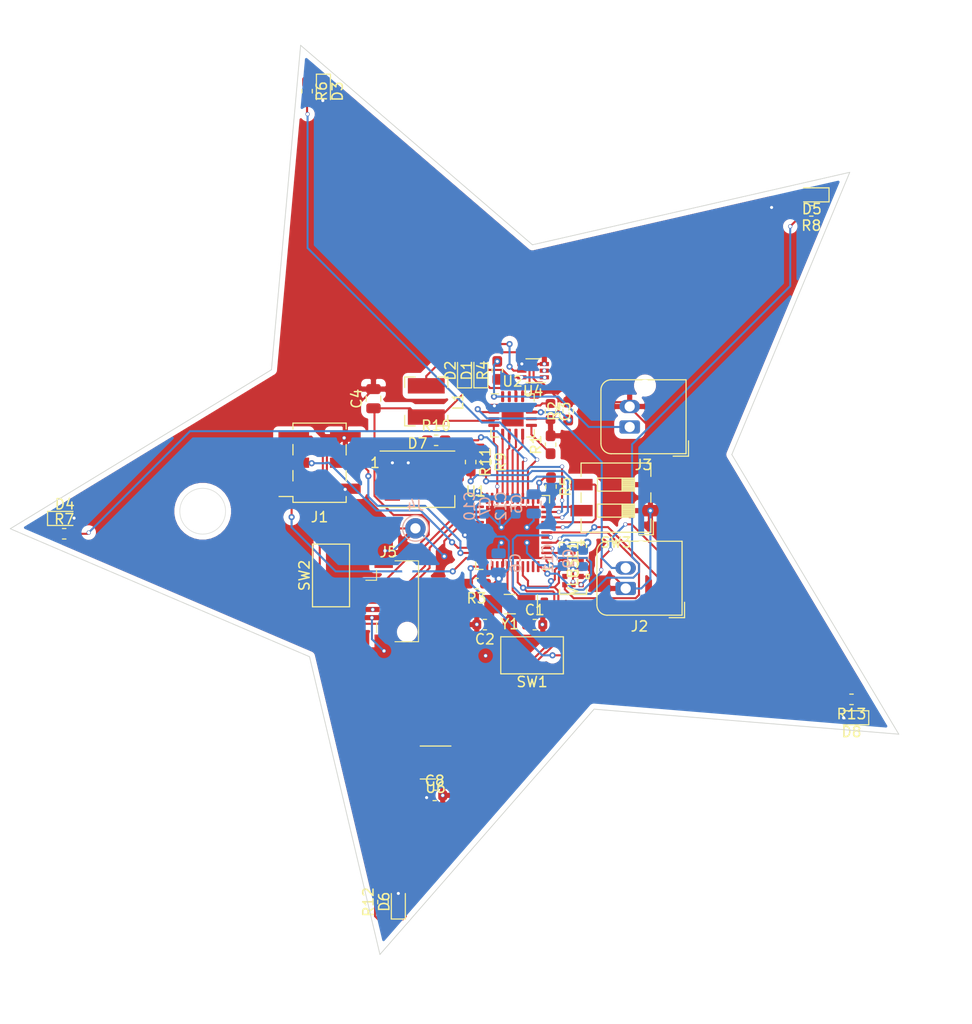
<source format=kicad_pcb>
(kicad_pcb (version 20171130) (host pcbnew "(5.1.6)-1")
  (layers (0 F.Cu signal) (31 B.Cu signal) (34 B.Paste user) (35 F.Paste user) (36 B.SilkS user) (37 F.SilkS user) (38 B.Mask user) (39 F.Mask user) (44 Edge.Cuts user))
  (net 0 "")
  (net 1 GND)
  (net 2 "Net-(C1-Pad1)")
  (net 3 "Net-(C2-Pad1)")
  (net 4 "Net-(C3-Pad1)")
  (net 5 OUT)
  (net 6 +3V3)
  (net 7 "Net-(D1-Pad1)")
  (net 8 "Net-(D2-Pad1)")
  (net 9 "Net-(D3-Pad1)")
  (net 10 "Net-(D4-Pad1)")
  (net 11 "Net-(D5-Pad1)")
  (net 12 "Net-(D6-Pad1)")
  (net 13 "Net-(D7-Pad2)")
  (net 14 "Net-(D7-Pad4)")
  (net 15 "Net-(D7-Pad3)")
  (net 16 "Net-(D8-Pad1)")
  (net 17 D-)
  (net 18 D+)
  (net 19 RST)
  (net 20 MOSI)
  (net 21 SCK)
  (net 22 MISO)
  (net 23 BAT_POS)
  (net 24 NTC)
  (net 25 "Net-(L1-Pad2)")
  (net 26 "Net-(R1-Pad1)")
  (net 27 "Net-(R2-Pad1)")
  (net 28 "Net-(R4-Pad1)")
  (net 29 HWB)
  (net 30 L1)
  (net 31 L2)
  (net 32 L3)
  (net 33 R_PWM)
  (net 34 G_PWM)
  (net 35 B_PWM)
  (net 36 L4)
  (net 37 L5)
  (net 38 TS)
  (net 39 OP_MODE)
  (net 40 DCH)
  (net 41 SHDN)
  (net 42 SUSP)
  (net 43 PMODE)
  (net 44 INT_REQ)
  (net 45 XSHUT)
  (net 46 SDA)
  (net 47 SCL)
  (module Connector_USB:USB_Mini-B_AdamTech_MUSB-B5-S-VT-TSMT-1_SMD_Vertical (layer F.Cu) (at 137.95 113.72)
    (fp_text reference J5 (at 0 -4.8 180) (layer F.SilkS))
    (fp_text value USB_OTG)
    (pad 6 smd rect (at -0.45 -4.75 90) (size 3 1.8) (layers F.Cu F.Paste F.Mask) (net 1 GND))
    (pad 6 smd rect (at -0.45 4.75 90) (size 3 1.8) (layers F.Cu F.Paste F.Mask) (net 1 GND))
    (pad 1 smd rect (at -1.6 -1.6 90) (size 0.5 1.5) (layers F.Cu F.Paste F.Mask) (net 5 OUT))
    (pad 2 smd rect (at -1.6 -0.8 90) (size 0.5 1.5) (layers F.Cu F.Paste F.Mask) (net 17 D-))
    (pad 3 smd rect (at -1.6 0 90) (size 0.5 1.5) (layers F.Cu F.Paste F.Mask) (net 18 D+))
    (pad 4 smd rect (at -1.6 0.8 90) (size 0.5 1.5) (layers F.Cu F.Paste F.Mask) (net 1 GND))
    (pad 5 smd rect (at -1.6 1.6 90) (size 0.5 1.5) (layers F.Cu F.Paste F.Mask) (net 1 GND))
    (pad "" np_thru_hole circle (at 1.85 -3 90) (size 1 1) (drill 1) (layers *.Cu *.Mask))
    (pad "" np_thru_hole circle (at 1.85 3 90) (size 1 1) (drill 1) (layers *.Cu *.Mask))
  )
  (module Connector_JST:JST_JWPF_B02B-JWPF-SK-R_1x02_P2.00mm_Vertical (layer F.Cu) (at 161.54 96.7 180)
    (fp_text reference J3 (at -1.35 -3.7) (layer F.SilkS))
    (fp_text value Conn_01x02_Male)
    (pad "" np_thru_hole circle (at -1.5 4.05 180) (size 1.15 1.15) (drill 1.15) (layers *.Cu *.Mask))
    (pad 2 thru_hole oval (at 0 2 180) (size 2 1.3) (drill 1) (layers *.Cu *.Mask) (net 1 GND))
    (pad 1 thru_hole roundrect (at 0 0 180) (size 2 1.3) (drill 1) (layers *.Cu *.Mask) (roundrect_rratio 0.192308) (net 24 NTC))
  )
  (module Inductor_SMD:L_Bourns-SRN4018 (layer F.Cu) (at 141.66 94.205 90)
    (fp_text reference L1 (at 0 3.1 90) (layer F.SilkS))
    (fp_text value 4.7uH)
    (pad 2 smd rect (at 1.525 0 90) (size 1.5 3.6) (layers F.Cu F.Paste F.Mask) (net 25 "Net-(L1-Pad2)"))
    (pad 1 smd rect (at -1.525 0 90) (size 1.5 3.6) (layers F.Cu F.Paste F.Mask) (net 5 OUT))
  )
  (module Connector_JST:JST_JWPF_B02B-JWPF-SK-R_1x02_P2.00mm_Vertical (layer F.Cu) (at 161.15 112.47 180)
    (fp_text reference J2 (at -1.35 -3.7) (layer F.SilkS))
    (fp_text value Conn_01x02_Female)
    (pad "" np_thru_hole circle (at -1.5 4.05 180) (size 1.15 1.15) (drill 1.15) (layers *.Cu *.Mask))
    (pad 2 thru_hole oval (at 0 2 180) (size 2 1.3) (drill 1) (layers *.Cu *.Mask) (net 23 BAT_POS))
    (pad 1 thru_hole roundrect (at 0 0 180) (size 2 1.3) (drill 1) (layers *.Cu *.Mask) (roundrect_rratio 0.192308) (net 1 GND))
  )
  (module Package_DFN_QFN:DFN-6-1EP_3x3mm_P1mm_EP1.5x2.4mm (layer F.Cu) (at 142.57 129.47 180)
    (fp_text reference U6 (at 0 -2.45) (layer F.SilkS))
    (fp_text value Si7051-A20)
    (pad 7 smd roundrect (at 0 0 180) (size 0.8 2.4) (layers F.Cu F.Paste F.Mask))
    (pad 6 smd roundrect (at 1.45 -1 180) (size 0.8 0.4) (layers F.Cu F.Paste F.Mask) (net 47 SCL))
    (pad 5 smd roundrect (at 1.45 0 180) (size 0.8 0.4) (layers F.Cu F.Paste F.Mask) (net 6 +3V3))
    (pad 4 smd roundrect (at 1.45 1 180) (size 0.8 0.4) (layers F.Cu F.Paste F.Mask))
    (pad 3 smd roundrect (at -1.45 1 180) (size 0.8 0.4) (layers F.Cu F.Paste F.Mask))
    (pad 2 smd roundrect (at -1.45 0 180) (size 0.8 0.4) (layers F.Cu F.Paste F.Mask) (net 1 GND))
    (pad 1 smd roundrect (at -1.45 -1 180) (size 0.8 0.4) (layers F.Cu F.Paste F.Mask) (net 46 SDA))
  )
  (module TF_sensors:VL53L1CBV0FY&slash_1 (layer F.Cu) (at 156 110.5 270)
    (fp_text reference U5 (at 0 -0.068149 90) (layer F.SilkS))
    (fp_text value VL53L1 (at 0 0 90) (layer F.SilkS))
    (fp_text user * (at -2.4892 -1.2 90) (layer F.SilkS))
    (fp_text user * (at -2.4892 -1.2 90) (layer F.SilkS))
    (pad 2 smd rect (at -0.800001 -0.799948 270) (size 0.508 0.508) (layers F.Cu F.Paste F.Mask) (net 1 GND))
    (pad 3 smd rect (at 0 -0.799948 270) (size 0.508 0.508) (layers F.Cu F.Paste F.Mask) (net 1 GND))
    (pad 4 smd rect (at 0.800001 -0.799948 270) (size 0.508 0.508) (layers F.Cu F.Paste F.Mask) (net 1 GND))
    (pad 5 smd rect (at 1.6002 -0.800001) (size 0.508 0.508) (layers F.Cu F.Paste F.Mask) (net 45 XSHUT))
    (pad 6 smd rect (at 1.6002 0) (size 0.508 0.508) (layers F.Cu F.Paste F.Mask) (net 1 GND))
    (pad 7 smd rect (at 1.6002 0.800001) (size 0.508 0.508) (layers F.Cu F.Paste F.Mask) (net 44 INT_REQ))
    (pad 8 smd rect (at 0.800001 0.799948 270) (size 0.508 0.508) (layers F.Cu F.Paste F.Mask))
    (pad 9 smd rect (at 0 0.799948 270) (size 0.508 0.508) (layers F.Cu F.Paste F.Mask) (net 46 SDA))
    (pad 10 smd rect (at -0.800001 0.799948 270) (size 0.508 0.508) (layers F.Cu F.Paste F.Mask) (net 47 SCL))
    (pad 11 smd rect (at -1.6002 0.800001) (size 0.508 0.508) (layers F.Cu F.Paste F.Mask) (net 6 +3V3))
    (pad 12 smd rect (at -1.6002 0) (size 0.508 0.508) (layers F.Cu F.Paste F.Mask) (net 1 GND))
    (pad 1 smd rect (at -1.6002 -0.800001) (size 0.508 0.508) (layers F.Cu F.Paste F.Mask) (net 6 +3V3))
  )
  (module Connector_PinSocket_2.54mm:PinSocket_2x03_P2.54mm_Vertical_SMD (layer F.Cu) (at 131.23 100.19 180)
    (fp_text reference J1 (at 0 -5.31) (layer F.SilkS))
    (fp_text value AVR-ISP-6)
    (pad 6 smd rect (at -2.52 2.54 180) (size 3 1) (layers F.Cu F.Paste F.Mask) (net 1 GND))
    (pad 5 smd rect (at 2.52 2.54 180) (size 3 1) (layers F.Cu F.Paste F.Mask) (net 19 RST))
    (pad 4 smd rect (at -2.52 0 180) (size 3 1) (layers F.Cu F.Paste F.Mask) (net 20 MOSI))
    (pad 3 smd rect (at 2.52 0 180) (size 3 1) (layers F.Cu F.Paste F.Mask) (net 21 SCK))
    (pad 2 smd rect (at -2.52 -2.54 180) (size 3 1) (layers F.Cu F.Paste F.Mask) (net 6 +3V3))
    (pad 1 smd rect (at 2.52 -2.54 180) (size 3 1) (layers F.Cu F.Paste F.Mask) (net 22 MISO))
  )
  (module Crystal:Crystal_SMD_MicroCrystal_CC7V-T1A-2Pin_3.2x1.5mm_HandSoldering (layer F.Cu) (at 149.825 114 180)
    (fp_text reference Y1 (at 0 -1.95) (layer F.SilkS))
    (fp_text value Crystal_Small)
    (pad 2 smd rect (at 1.625 0 180) (size 1.75 1.8) (layers F.Cu F.Paste F.Mask) (net 3 "Net-(C2-Pad1)"))
    (pad 1 smd rect (at -1.625 0 180) (size 1.75 1.8) (layers F.Cu F.Paste F.Mask) (net 2 "Net-(C1-Pad1)"))
  )
  (module Package_TO_SOT_SMD:Texas_R-PDSO-G6 (layer F.Cu) (at 152.1 91.2 180)
    (fp_text reference U4 (at 0 -2) (layer F.SilkS))
    (fp_text value TPS61221DCK)
    (pad 6 smd rect (at 1.1 -0.65 180) (size 0.9 0.4) (layers F.Cu F.Paste F.Mask) (net 5 OUT))
    (pad 4 smd rect (at 1.1 0.65 180) (size 0.9 0.4) (layers F.Cu F.Paste F.Mask) (net 6 +3V3))
    (pad 2 smd rect (at -1.1 0 180) (size 0.9 0.4) (layers F.Cu F.Paste F.Mask) (net 6 +3V3))
    (pad 5 smd rect (at 1.1 0 180) (size 0.9 0.4) (layers F.Cu F.Paste F.Mask) (net 25 "Net-(L1-Pad2)"))
    (pad 3 smd rect (at -1.1 0.65 180) (size 0.9 0.4) (layers F.Cu F.Paste F.Mask) (net 1 GND))
    (pad 1 smd rect (at -1.1 -0.65 180) (size 0.9 0.4) (layers F.Cu F.Paste F.Mask) (net 5 OUT))
  )
  (module Package_DFN_QFN:QFN-16-1EP_4x4mm_P0.65mm_EP2.15x2.15mm (layer F.Cu) (at 150.1 95.57)
    (fp_text reference U2 (at 0 -3.32) (layer F.SilkS))
    (fp_text value LTC4055)
    (pad 17 smd rect (at 0 0) (size 2.15 2.15) (layers F.Cu F.Mask) (net 1 GND))
    (pad 16 smd roundrect (at -0.975 -1.8375) (size 0.3 1.075) (layers F.Cu F.Paste F.Mask) (net 24 NTC))
    (pad 15 smd roundrect (at -0.325 -1.8375) (size 0.3 1.075) (layers F.Cu F.Paste F.Mask) (net 28 "Net-(R4-Pad1)"))
    (pad 14 smd roundrect (at 0.325 -1.8375) (size 0.3 1.075) (layers F.Cu F.Paste F.Mask) (net 7 "Net-(D1-Pad1)"))
    (pad 13 smd roundrect (at 0.975 -1.8375) (size 0.3 1.075) (layers F.Cu F.Paste F.Mask) (net 8 "Net-(D2-Pad1)"))
    (pad 12 smd roundrect (at 1.8375 -0.975) (size 1.075 0.3) (layers F.Cu F.Paste F.Mask) (net 4 "Net-(C3-Pad1)"))
    (pad 11 smd roundrect (at 1.8375 -0.325) (size 1.075 0.3) (layers F.Cu F.Paste F.Mask) (net 27 "Net-(R2-Pad1)"))
    (pad 10 smd roundrect (at 1.8375 0.325) (size 1.075 0.3) (layers F.Cu F.Paste F.Mask) (net 1 GND))
    (pad 9 smd roundrect (at 1.8375 0.975) (size 1.075 0.3) (layers F.Cu F.Paste F.Mask) (net 26 "Net-(R1-Pad1)"))
    (pad 8 smd roundrect (at 0.975 1.8375) (size 0.3 1.075) (layers F.Cu F.Paste F.Mask) (net 43 PMODE))
    (pad 7 smd roundrect (at 0.325 1.8375) (size 0.3 1.075) (layers F.Cu F.Paste F.Mask) (net 42 SUSP))
    (pad 6 smd roundrect (at -0.325 1.8375) (size 0.3 1.075) (layers F.Cu F.Paste F.Mask) (net 41 SHDN))
    (pad 5 smd roundrect (at -0.975 1.8375) (size 0.3 1.075) (layers F.Cu F.Paste F.Mask) (net 40 DCH))
    (pad 4 smd roundrect (at -1.8375 0.975) (size 1.075 0.3) (layers F.Cu F.Paste F.Mask) (net 6 +3V3))
    (pad 3 smd roundrect (at -1.8375 0.325) (size 1.075 0.3) (layers F.Cu F.Paste F.Mask) (net 5 OUT))
    (pad 2 smd roundrect (at -1.8375 -0.325) (size 1.075 0.3) (layers F.Cu F.Paste F.Mask) (net 23 BAT_POS))
    (pad 1 smd roundrect (at -1.8375 -0.975) (size 1.075 0.3) (layers F.Cu F.Paste F.Mask) (net 6 +3V3))
  )
  (module Package_DFN_QFN:QFN-44-1EP_7x7mm_P0.5mm_EP5.2x5.2mm (layer F.Cu) (at 150.1 107)
    (fp_text reference U1 (at -3.6 -4) (layer F.SilkS))
    (fp_text value ATmega32U4-MU)
    (pad 45 smd rect (at 0 0) (size 5.2 5.2) (layers F.Cu F.Mask) (net 1 GND))
    (pad 44 smd roundrect (at -2.5 -3.3375) (size 0.25 1.075) (layers F.Cu F.Paste F.Mask) (net 6 +3V3))
    (pad 43 smd roundrect (at -2 -3.3375) (size 0.25 1.075) (layers F.Cu F.Paste F.Mask) (net 1 GND))
    (pad 42 smd roundrect (at -1.5 -3.3375) (size 0.25 1.075) (layers F.Cu F.Paste F.Mask) (net 6 +3V3))
    (pad 41 smd roundrect (at -1 -3.3375) (size 0.25 1.075) (layers F.Cu F.Paste F.Mask) (net 40 DCH))
    (pad 40 smd roundrect (at -0.5 -3.3375) (size 0.25 1.075) (layers F.Cu F.Paste F.Mask) (net 41 SHDN))
    (pad 39 smd roundrect (at 0 -3.3375) (size 0.25 1.075) (layers F.Cu F.Paste F.Mask) (net 42 SUSP))
    (pad 38 smd roundrect (at 0.5 -3.3375) (size 0.25 1.075) (layers F.Cu F.Paste F.Mask) (net 43 PMODE))
    (pad 37 smd roundrect (at 1 -3.3375) (size 0.25 1.075) (layers F.Cu F.Paste F.Mask) (net 31 L2))
    (pad 36 smd roundrect (at 1.5 -3.3375) (size 0.25 1.075) (layers F.Cu F.Paste F.Mask) (net 30 L1))
    (pad 35 smd roundrect (at 2 -3.3375) (size 0.25 1.075) (layers F.Cu F.Paste F.Mask) (net 1 GND))
    (pad 34 smd roundrect (at 2.5 -3.3375) (size 0.25 1.075) (layers F.Cu F.Paste F.Mask) (net 6 +3V3))
    (pad 33 smd roundrect (at 3.3375 -2.5) (size 1.075 0.25) (layers F.Cu F.Paste F.Mask) (net 29 HWB))
    (pad 32 smd roundrect (at 3.3375 -2) (size 1.075 0.25) (layers F.Cu F.Paste F.Mask) (net 34 G_PWM))
    (pad 31 smd roundrect (at 3.3375 -1.5) (size 1.075 0.25) (layers F.Cu F.Paste F.Mask) (net 33 R_PWM))
    (pad 30 smd roundrect (at 3.3375 -1) (size 1.075 0.25) (layers F.Cu F.Paste F.Mask) (net 39 OP_MODE))
    (pad 29 smd roundrect (at 3.3375 -0.5) (size 1.075 0.25) (layers F.Cu F.Paste F.Mask) (net 35 B_PWM))
    (pad 28 smd roundrect (at 3.3375 0) (size 1.075 0.25) (layers F.Cu F.Paste F.Mask) (net 44 INT_REQ))
    (pad 27 smd roundrect (at 3.3375 0.5) (size 1.075 0.25) (layers F.Cu F.Paste F.Mask) (net 32 L3))
    (pad 26 smd roundrect (at 3.3375 1) (size 1.075 0.25) (layers F.Cu F.Paste F.Mask) (net 36 L4))
    (pad 25 smd roundrect (at 3.3375 1.5) (size 1.075 0.25) (layers F.Cu F.Paste F.Mask) (net 45 XSHUT))
    (pad 24 smd roundrect (at 3.3375 2) (size 1.075 0.25) (layers F.Cu F.Paste F.Mask) (net 6 +3V3))
    (pad 23 smd roundrect (at 3.3375 2.5) (size 1.075 0.25) (layers F.Cu F.Paste F.Mask) (net 1 GND))
    (pad 22 smd roundrect (at 2.5 3.3375) (size 0.25 1.075) (layers F.Cu F.Paste F.Mask) (net 37 L5))
    (pad 21 smd roundrect (at 2 3.3375) (size 0.25 1.075) (layers F.Cu F.Paste F.Mask))
    (pad 20 smd roundrect (at 1.5 3.3375) (size 0.25 1.075) (layers F.Cu F.Paste F.Mask))
    (pad 19 smd roundrect (at 1 3.3375) (size 0.25 1.075) (layers F.Cu F.Paste F.Mask) (net 46 SDA))
    (pad 18 smd roundrect (at 0.5 3.3375) (size 0.25 1.075) (layers F.Cu F.Paste F.Mask) (net 47 SCL))
    (pad 17 smd roundrect (at 0 3.3375) (size 0.25 1.075) (layers F.Cu F.Paste F.Mask) (net 2 "Net-(C1-Pad1)"))
    (pad 16 smd roundrect (at -0.5 3.3375) (size 0.25 1.075) (layers F.Cu F.Paste F.Mask) (net 3 "Net-(C2-Pad1)"))
    (pad 15 smd roundrect (at -1 3.3375) (size 0.25 1.075) (layers F.Cu F.Paste F.Mask) (net 1 GND))
    (pad 14 smd roundrect (at -1.5 3.3375) (size 0.25 1.075) (layers F.Cu F.Paste F.Mask) (net 6 +3V3))
    (pad 13 smd roundrect (at -2 3.3375) (size 0.25 1.075) (layers F.Cu F.Paste F.Mask) (net 19 RST))
    (pad 12 smd roundrect (at -2.5 3.3375) (size 0.25 1.075) (layers F.Cu F.Paste F.Mask) (net 38 TS))
    (pad 11 smd roundrect (at -3.3375 2.5) (size 1.075 0.25) (layers F.Cu F.Paste F.Mask) (net 22 MISO))
    (pad 10 smd roundrect (at -3.3375 2) (size 1.075 0.25) (layers F.Cu F.Paste F.Mask) (net 20 MOSI))
    (pad 9 smd roundrect (at -3.3375 1.5) (size 1.075 0.25) (layers F.Cu F.Paste F.Mask) (net 21 SCK))
    (pad 8 smd roundrect (at -3.3375 1) (size 1.075 0.25) (layers F.Cu F.Paste F.Mask))
    (pad 7 smd roundrect (at -3.3375 0.5) (size 1.075 0.25) (layers F.Cu F.Paste F.Mask) (net 6 +3V3))
    (pad 6 smd roundrect (at -3.3375 0) (size 1.075 0.25) (layers F.Cu F.Paste F.Mask) (net 6 +3V3))
    (pad 5 smd roundrect (at -3.3375 -0.5) (size 1.075 0.25) (layers F.Cu F.Paste F.Mask) (net 1 GND))
    (pad 4 smd roundrect (at -3.3375 -1) (size 1.075 0.25) (layers F.Cu F.Paste F.Mask) (net 18 D+))
    (pad 3 smd roundrect (at -3.3375 -1.5) (size 1.075 0.25) (layers F.Cu F.Paste F.Mask) (net 17 D-))
    (pad 2 smd roundrect (at -3.3375 -2) (size 1.075 0.25) (layers F.Cu F.Paste F.Mask) (net 6 +3V3))
    (pad 1 smd roundrect (at -3.3375 -2.5) (size 1.075 0.25) (layers F.Cu F.Paste F.Mask))
  )
  (module Button_Switch_SMD:SW_DIP_SPSTx02_Slide_6.7x6.64mm_W6.73mm_P2.54mm_LowProfile_JPin (layer F.Cu) (at 160.2 103.6 180)
    (fp_text reference SW3 (at 0 -4.38) (layer F.SilkS))
    (fp_text value SW_DIP_x02)
    (pad 4 smd rect (at 3.365 -1.27 180) (size 2.16 1.12) (layers F.Cu F.Paste F.Mask) (net 29 HWB))
    (pad 2 smd rect (at -3.365 1.27 180) (size 2.16 1.12) (layers F.Cu F.Paste F.Mask) (net 1 GND))
    (pad 3 smd rect (at 3.365 1.27 180) (size 2.16 1.12) (layers F.Cu F.Paste F.Mask) (net 39 OP_MODE))
    (pad 1 smd rect (at -3.365 -1.27 180) (size 2.16 1.12) (layers F.Cu F.Paste F.Mask) (net 1 GND))
  )
  (module Button_Switch_SMD:SW_SPST_FSMSM (layer F.Cu) (at 132.35 111.2 90)
    (fp_text reference SW2 (at 0 -2.6 90) (layer F.SilkS))
    (fp_text value SW_Push)
    (pad 2 smd rect (at 4.59 0 90) (size 2.18 1.6) (layers F.Cu F.Paste F.Mask) (net 1 GND))
    (pad 1 smd rect (at -4.59 0 90) (size 2.18 1.6) (layers F.Cu F.Paste F.Mask) (net 19 RST))
  )
  (module Button_Switch_SMD:SW_SPST_FSMSM (layer F.Cu) (at 152 119 180)
    (fp_text reference SW1 (at 0 -2.6) (layer F.SilkS))
    (fp_text value SW_Push)
    (pad 2 smd rect (at 4.59 0 180) (size 2.18 1.6) (layers F.Cu F.Paste F.Mask) (net 1 GND))
    (pad 1 smd rect (at -4.59 0 180) (size 2.18 1.6) (layers F.Cu F.Paste F.Mask) (net 38 TS))
  )
  (module Resistor_SMD:R_0603_1608Metric_Pad1.05x0.95mm_HandSolder (layer F.Cu) (at 183.22 123.3 180)
    (fp_text reference R13 (at 0 -1.43) (layer F.SilkS))
    (fp_text value 120)
    (pad 2 smd roundrect (at 0.875 0 180) (size 1.05 0.95) (layers F.Cu F.Paste F.Mask) (net 37 L5))
    (pad 1 smd roundrect (at -0.875 0 180) (size 1.05 0.95) (layers F.Cu F.Paste F.Mask) (net 16 "Net-(D8-Pad1)"))
  )
  (module Resistor_SMD:R_0603_1608Metric_Pad1.05x0.95mm_HandSolder (layer F.Cu) (at 137.43 143.095 90)
    (fp_text reference R12 (at 0 -1.43 90) (layer F.SilkS))
    (fp_text value 120)
    (pad 2 smd roundrect (at 0.875 0 90) (size 1.05 0.95) (layers F.Cu F.Paste F.Mask) (net 36 L4))
    (pad 1 smd roundrect (at -0.875 0 90) (size 1.05 0.95) (layers F.Cu F.Paste F.Mask) (net 12 "Net-(D6-Pad1)"))
  )
  (module Resistor_SMD:R_0603_1608Metric_Pad1.05x0.95mm_HandSolder (layer F.Cu) (at 146 100.125 270)
    (fp_text reference R11 (at 0 -1.43 90) (layer F.SilkS))
    (fp_text value 100)
    (pad 2 smd roundrect (at 0.875 0 270) (size 1.05 0.95) (layers F.Cu F.Paste F.Mask) (net 35 B_PWM))
    (pad 1 smd roundrect (at -0.875 0 270) (size 1.05 0.95) (layers F.Cu F.Paste F.Mask) (net 15 "Net-(D7-Pad3)"))
  )
  (module Resistor_SMD:R_0603_1608Metric_Pad1.05x0.95mm_HandSolder (layer F.Cu) (at 142.625 98)
    (fp_text reference R10 (at 0 -1.43) (layer F.SilkS))
    (fp_text value 100)
    (pad 2 smd roundrect (at 0.875 0) (size 1.05 0.95) (layers F.Cu F.Paste F.Mask) (net 34 G_PWM))
    (pad 1 smd roundrect (at -0.875 0) (size 1.05 0.95) (layers F.Cu F.Paste F.Mask) (net 14 "Net-(D7-Pad4)"))
  )
  (module Resistor_SMD:R_0603_1608Metric_Pad1.05x0.95mm_HandSolder (layer F.Cu) (at 147.5 100.125 270)
    (fp_text reference R9 (at 0 -1.43 90) (layer F.SilkS))
    (fp_text value 100)
    (pad 2 smd roundrect (at 0.875 0 270) (size 1.05 0.95) (layers F.Cu F.Paste F.Mask) (net 33 R_PWM))
    (pad 1 smd roundrect (at -0.875 0 270) (size 1.05 0.95) (layers F.Cu F.Paste F.Mask) (net 13 "Net-(D7-Pad2)"))
  )
  (module Resistor_SMD:R_0603_1608Metric_Pad1.05x0.95mm_HandSolder (layer F.Cu) (at 179.29 75.6 180)
    (fp_text reference R8 (at 0 -1.43) (layer F.SilkS))
    (fp_text value 120)
    (pad 2 smd roundrect (at 0.875 0 180) (size 1.05 0.95) (layers F.Cu F.Paste F.Mask) (net 32 L3))
    (pad 1 smd roundrect (at -0.875 0 180) (size 1.05 0.95) (layers F.Cu F.Paste F.Mask) (net 11 "Net-(D5-Pad1)"))
  )
  (module Resistor_SMD:R_0603_1608Metric_Pad1.05x0.95mm_HandSolder (layer F.Cu) (at 106.275 107.13)
    (fp_text reference R7 (at 0 -1.43) (layer F.SilkS))
    (fp_text value 120)
    (pad 2 smd roundrect (at 0.875 0) (size 1.05 0.95) (layers F.Cu F.Paste F.Mask) (net 31 L2))
    (pad 1 smd roundrect (at -0.875 0) (size 1.05 0.95) (layers F.Cu F.Paste F.Mask) (net 10 "Net-(D4-Pad1)"))
  )
  (module Resistor_SMD:R_0603_1608Metric_Pad1.05x0.95mm_HandSolder (layer F.Cu) (at 130.01 63.905 270)
    (fp_text reference R6 (at 0 -1.43 90) (layer F.SilkS))
    (fp_text value 120)
    (pad 2 smd roundrect (at 0.875 0 270) (size 1.05 0.95) (layers F.Cu F.Paste F.Mask) (net 30 L1))
    (pad 1 smd roundrect (at -0.875 0 270) (size 1.05 0.95) (layers F.Cu F.Paste F.Mask) (net 9 "Net-(D3-Pad1)"))
  )
  (module Resistor_SMD:R_0603_1608Metric_Pad1.05x0.95mm_HandSolder (layer F.Cu) (at 153.85 102.525 270)
    (fp_text reference R5 (at 0 -1.43 90) (layer F.SilkS))
    (fp_text value 4.7k)
    (pad 2 smd roundrect (at 0.875 0 270) (size 1.05 0.95) (layers F.Cu F.Paste F.Mask) (net 29 HWB))
    (pad 1 smd roundrect (at -0.875 0 270) (size 1.05 0.95) (layers F.Cu F.Paste F.Mask) (net 6 +3V3))
  )
  (module Resistor_SMD:R_0603_1608Metric_Pad1.05x0.95mm_HandSolder (layer F.Cu) (at 148.6 91.175 90)
    (fp_text reference R4 (at 0 -1.43 90) (layer F.SilkS))
    (fp_text value 100k)
    (pad 2 smd roundrect (at 0.875 0 90) (size 1.05 0.95) (layers F.Cu F.Paste F.Mask) (net 24 NTC))
    (pad 1 smd roundrect (at -0.875 0 90) (size 1.05 0.95) (layers F.Cu F.Paste F.Mask) (net 28 "Net-(R4-Pad1)"))
  )
  (module Resistor_SMD:R_0603_1608Metric_Pad1.05x0.95mm_HandSolder (layer F.Cu) (at 146.575 112 180)
    (fp_text reference R3 (at 0 -1.43) (layer F.SilkS))
    (fp_text value 4.7k)
    (pad 2 smd roundrect (at 0.875 0 180) (size 1.05 0.95) (layers F.Cu F.Paste F.Mask) (net 19 RST))
    (pad 1 smd roundrect (at -0.875 0 180) (size 1.05 0.95) (layers F.Cu F.Paste F.Mask) (net 6 +3V3))
  )
  (module Resistor_SMD:R_0603_1608Metric_Pad1.05x0.95mm_HandSolder (layer F.Cu) (at 155.53 95.145 90)
    (fp_text reference R2 (at 0 -1.43 90) (layer F.SilkS))
    (fp_text value 100k)
    (pad 2 smd roundrect (at 0.875 0 90) (size 1.05 0.95) (layers F.Cu F.Paste F.Mask) (net 1 GND))
    (pad 1 smd roundrect (at -0.875 0 90) (size 1.05 0.95) (layers F.Cu F.Paste F.Mask) (net 27 "Net-(R2-Pad1)"))
  )
  (module Resistor_SMD:R_0603_1608Metric_Pad1.05x0.95mm_HandSolder (layer F.Cu) (at 153.81 98.435 90)
    (fp_text reference R1 (at 0 -1.43 90) (layer F.SilkS))
    (fp_text value 104k)
    (pad 2 smd roundrect (at 0.875 0 90) (size 1.05 0.95) (layers F.Cu F.Paste F.Mask) (net 1 GND))
    (pad 1 smd roundrect (at -0.875 0 90) (size 1.05 0.95) (layers F.Cu F.Paste F.Mask) (net 26 "Net-(R1-Pad1)"))
  )
  (module Connector_Pin:Pin_D1.0mm_L10.0mm (layer B.Cu) (at 140.6 106.6)
    (fp_text reference J4 (at 0 -2.25) (layer B.SilkS) (effects (justify mirror)))
    (fp_text value Conn_01x01_Male)
    (pad 1 thru_hole circle (at 0 0) (size 2 2) (drill 1) (layers *.Cu *.Mask) (net 1 GND))
  )
  (module LED_SMD:LED_0603_1608Metric_Castellated (layer F.Cu) (at 183.22 125.1 180)
    (fp_text reference D8 (at 0 -1.38) (layer F.SilkS))
    (fp_text value LED_Small)
    (pad 2 smd roundrect (at 0.8125 0 180) (size 1.225 0.85) (layers F.Cu F.Paste F.Mask) (net 6 +3V3))
    (pad 1 smd roundrect (at -0.8125 0 180) (size 1.225 0.85) (layers F.Cu F.Paste F.Mask) (net 16 "Net-(D8-Pad1)"))
  )
  (module LED_SMD:LED_WS2812B_PLCC4_5.0x5.0mm_P3.2mm (layer F.Cu) (at 140.8 101.8)
    (fp_text reference D7 (at 0 -3.5) (layer F.SilkS))
    (fp_text value LED_ARBG)
    (fp_text user 1 (at -4.15 -1.6) (layer F.SilkS))
    (pad 1 smd rect (at -2.45 -1.6) (size 1.5 1) (layers F.Cu F.Paste F.Mask) (net 6 +3V3))
    (pad 2 smd rect (at -2.45 1.6) (size 1.5 1) (layers F.Cu F.Paste F.Mask) (net 13 "Net-(D7-Pad2)"))
    (pad 4 smd rect (at 2.45 -1.6) (size 1.5 1) (layers F.Cu F.Paste F.Mask) (net 14 "Net-(D7-Pad4)"))
    (pad 3 smd rect (at 2.45 1.6) (size 1.5 1) (layers F.Cu F.Paste F.Mask) (net 15 "Net-(D7-Pad3)"))
  )
  (module LED_SMD:LED_0603_1608Metric_Castellated (layer F.Cu) (at 138.93 143.0675 90)
    (fp_text reference D6 (at 0 -1.38 90) (layer F.SilkS))
    (fp_text value LED_Small)
    (pad 2 smd roundrect (at 0.8125 0 90) (size 1.225 0.85) (layers F.Cu F.Paste F.Mask) (net 6 +3V3))
    (pad 1 smd roundrect (at -0.8125 0 90) (size 1.225 0.85) (layers F.Cu F.Paste F.Mask) (net 12 "Net-(D6-Pad1)"))
  )
  (module LED_SMD:LED_0603_1608Metric_Castellated (layer F.Cu) (at 179.34 74.03 180)
    (fp_text reference D5 (at 0 -1.38) (layer F.SilkS))
    (fp_text value LED_Small)
    (pad 2 smd roundrect (at 0.8125 0 180) (size 1.225 0.85) (layers F.Cu F.Paste F.Mask) (net 6 +3V3))
    (pad 1 smd roundrect (at -0.8125 0 180) (size 1.225 0.85) (layers F.Cu F.Paste F.Mask) (net 11 "Net-(D5-Pad1)"))
  )
  (module LED_SMD:LED_0603_1608Metric_Castellated (layer F.Cu) (at 106.33 105.63)
    (fp_text reference D4 (at 0 -1.38) (layer F.SilkS))
    (fp_text value LED_Small)
    (pad 2 smd roundrect (at 0.8125 0) (size 1.225 0.85) (layers F.Cu F.Paste F.Mask) (net 6 +3V3))
    (pad 1 smd roundrect (at -0.8125 0) (size 1.225 0.85) (layers F.Cu F.Paste F.Mask) (net 10 "Net-(D4-Pad1)"))
  )
  (module LED_SMD:LED_0603_1608Metric_Castellated (layer F.Cu) (at 131.61 63.9275 270)
    (fp_text reference D3 (at 0 -1.38 90) (layer F.SilkS))
    (fp_text value LED_Small)
    (pad 2 smd roundrect (at 0.8125 0 270) (size 1.225 0.85) (layers F.Cu F.Paste F.Mask) (net 6 +3V3))
    (pad 1 smd roundrect (at -0.8125 0 270) (size 1.225 0.85) (layers F.Cu F.Paste F.Mask) (net 9 "Net-(D3-Pad1)"))
  )
  (module LED_SMD:LED_0603_1608Metric_Castellated (layer F.Cu) (at 145.4 91.1975 90)
    (fp_text reference D2 (at 0 -1.38 90) (layer F.SilkS))
    (fp_text value LED_Small)
    (pad 2 smd roundrect (at 0.8125 0 90) (size 1.225 0.85) (layers F.Cu F.Paste F.Mask) (net 5 OUT))
    (pad 1 smd roundrect (at -0.8125 0 90) (size 1.225 0.85) (layers F.Cu F.Paste F.Mask) (net 8 "Net-(D2-Pad1)"))
  )
  (module LED_SMD:LED_0603_1608Metric_Castellated (layer F.Cu) (at 147 91.1875 90)
    (fp_text reference D1 (at 0 -1.38 90) (layer F.SilkS))
    (fp_text value LED_Small)
    (pad 2 smd roundrect (at 0.8125 0 90) (size 1.225 0.85) (layers F.Cu F.Paste F.Mask) (net 5 OUT))
    (pad 1 smd roundrect (at -0.8125 0 90) (size 1.225 0.85) (layers F.Cu F.Paste F.Mask) (net 7 "Net-(D1-Pad1)"))
  )
  (module Capacitor_SMD:C_0603_1608Metric (layer B.Cu) (at 150.4 104.4225 270)
    (fp_text reference C12 (at 0 1.43 270) (layer B.SilkS) (effects (justify mirror)))
    (fp_text value 10nF)
    (pad 2 smd roundrect (at 0.7875 0 270) (size 0.875 0.95) (layers B.Cu B.Paste B.Mask) (net 1 GND))
    (pad 1 smd roundrect (at -0.7875 0 270) (size 0.875 0.95) (layers B.Cu B.Paste B.Mask) (net 6 +3V3))
  )
  (module Capacitor_SMD:C_0603_1608Metric (layer B.Cu) (at 154.97 109.53 270)
    (fp_text reference C11 (at 0 1.43 90) (layer B.SilkS) (effects (justify mirror)))
    (fp_text value 10nF)
    (pad 1 smd roundrect (at -0.7875 0 270) (size 0.875 0.95) (layers B.Cu B.Paste B.Mask) (net 6 +3V3))
    (pad 2 smd roundrect (at 0.7875 0 270) (size 0.875 0.95) (layers B.Cu B.Paste B.Mask) (net 1 GND))
  )
  (module Capacitor_SMD:C_0603_1608Metric (layer B.Cu) (at 147.32 104.4225 270)
    (fp_text reference C10 (at 0 1.43 270) (layer B.SilkS) (effects (justify mirror)))
    (fp_text value 10nF)
    (pad 2 smd roundrect (at 0.7875 0 270) (size 0.875 0.95) (layers B.Cu B.Paste B.Mask) (net 1 GND))
    (pad 1 smd roundrect (at -0.7875 0 270) (size 0.875 0.95) (layers B.Cu B.Paste B.Mask) (net 6 +3V3))
  )
  (module Capacitor_SMD:C_0603_1608Metric (layer B.Cu) (at 157 109.5375 270)
    (fp_text reference C9 (at 0 1.43 90) (layer B.SilkS) (effects (justify mirror)))
    (fp_text value 10nF)
    (pad 2 smd roundrect (at 0.7875 0 270) (size 0.875 0.95) (layers B.Cu B.Paste B.Mask) (net 1 GND))
    (pad 1 smd roundrect (at -0.7875 0 270) (size 0.875 0.95) (layers B.Cu B.Paste B.Mask) (net 6 +3V3))
  )
  (module Capacitor_SMD:C_0603_1608Metric (layer F.Cu) (at 142.4825 132.68)
    (fp_text reference C8 (at 0 -1.43) (layer F.SilkS))
    (fp_text value 10uF)
    (pad 2 smd roundrect (at 0.7875 0) (size 0.875 0.95) (layers F.Cu F.Paste F.Mask) (net 1 GND))
    (pad 1 smd roundrect (at -0.7875 0) (size 0.875 0.95) (layers F.Cu F.Paste F.Mask) (net 6 +3V3))
  )
  (module Capacitor_SMD:C_0603_1608Metric (layer B.Cu) (at 148.85 104.4225 270)
    (fp_text reference C7 (at 0 1.43 270) (layer B.SilkS) (effects (justify mirror)))
    (fp_text value 10nF)
    (pad 2 smd roundrect (at 0.7875 0 270) (size 0.875 0.95) (layers B.Cu B.Paste B.Mask) (net 1 GND))
    (pad 1 smd roundrect (at -0.7875 0 270) (size 0.875 0.95) (layers B.Cu B.Paste B.Mask) (net 6 +3V3))
  )
  (module Capacitor_SMD:C_0805_2012Metric (layer B.Cu) (at 148.73 109.9875 90)
    (fp_text reference C6 (at 0 1.65 90) (layer B.SilkS) (effects (justify mirror)))
    (fp_text value 4.7uF)
    (pad 2 smd roundrect (at 0.9375 0 90) (size 0.975 1.4) (layers B.Cu B.Paste B.Mask) (net 1 GND))
    (pad 1 smd roundrect (at -0.9375 0 90) (size 0.975 1.4) (layers B.Cu B.Paste B.Mask) (net 6 +3V3))
  )
  (module Capacitor_SMD:C_0805_2012Metric (layer B.Cu) (at 152.16 104.2125 270)
    (fp_text reference C5 (at 0 1.65 270) (layer B.SilkS) (effects (justify mirror)))
    (fp_text value 4.7uF)
    (pad 2 smd roundrect (at 0.9375 0 270) (size 0.975 1.4) (layers B.Cu B.Paste B.Mask) (net 1 GND))
    (pad 1 smd roundrect (at -0.9375 0 270) (size 0.975 1.4) (layers B.Cu B.Paste B.Mask) (net 6 +3V3))
  )
  (module Capacitor_SMD:C_0805_2012Metric (layer F.Cu) (at 136.5 93.9375 90)
    (fp_text reference C4 (at 0 -1.65 90) (layer F.SilkS))
    (fp_text value 10uF)
    (pad 2 smd roundrect (at 0.9375 0 90) (size 0.975 1.4) (layers F.Cu F.Paste F.Mask) (net 1 GND))
    (pad 1 smd roundrect (at -0.9375 0 90) (size 0.975 1.4) (layers F.Cu F.Paste F.Mask) (net 5 OUT))
  )
  (module Capacitor_SMD:C_0603_1608Metric (layer F.Cu) (at 153.8 95.1875 270)
    (fp_text reference C3 (at 0 -1.43 90) (layer F.SilkS))
    (fp_text value 0.1uF)
    (pad 2 smd roundrect (at 0.7875 0 270) (size 0.875 0.95) (layers F.Cu F.Paste F.Mask) (net 1 GND))
    (pad 1 smd roundrect (at -0.7875 0 270) (size 0.875 0.95) (layers F.Cu F.Paste F.Mask) (net 4 "Net-(C3-Pad1)"))
  )
  (module Capacitor_SMD:C_0603_1608Metric (layer F.Cu) (at 147.3875 116 180)
    (fp_text reference C2 (at 0 -1.43) (layer F.SilkS))
    (fp_text value C_Small)
    (pad 2 smd roundrect (at 0.7875 0 180) (size 0.875 0.95) (layers F.Cu F.Paste F.Mask) (net 1 GND))
    (pad 1 smd roundrect (at -0.7875 0 180) (size 0.875 0.95) (layers F.Cu F.Paste F.Mask) (net 3 "Net-(C2-Pad1)"))
  )
  (module Capacitor_SMD:C_0603_1608Metric (layer F.Cu) (at 152.2625 116)
    (fp_text reference C1 (at 0 -1.43) (layer F.SilkS))
    (fp_text value C_Small)
    (pad 2 smd roundrect (at 0.7875 0) (size 0.875 0.95) (layers F.Cu F.Paste F.Mask) (net 1 GND))
    (pad 1 smd roundrect (at -0.7875 0) (size 0.875 0.95) (layers F.Cu F.Paste F.Mask) (net 2 "Net-(C1-Pad1)"))
  )
  (gr_line (start 126.53 91.11) (end 129.381196 59.425783) (layer Edge.Cuts) (width 0.07442))
  (gr_line (start 101.001683 106.636152) (end 126.53 91.11) (layer Edge.Cuts) (width 0.07442))
  (gr_line (start 130.254108 119.138775) (end 101.001683 106.636152) (layer Edge.Cuts) (width 0.07442))
  (gr_line (start 137.131667 148.215475) (end 130.254108 119.138775) (layer Edge.Cuts) (width 0.07442))
  (gr_line (start 158.061854 124.258291) (end 137.131667 148.215475) (layer Edge.Cuts) (width 0.07442))
  (gr_line (start 187.840738 126.702543) (end 158.061854 124.258291) (layer Edge.Cuts) (width 0.07442))
  (gr_line (start 171.523887 99.393571) (end 187.840738 126.702543) (layer Edge.Cuts) (width 0.07442))
  (gr_line (start 183.050691 71.827494) (end 171.523887 99.393571) (layer Edge.Cuts) (width 0.07442))
  (gr_line (start 152.036116 78.90681) (end 183.050691 71.827494) (layer Edge.Cuts) (width 0.07442))
  (gr_line (start 129.381196 59.425783) (end 152.036116 78.90681) (layer Edge.Cuts) (width 0.07442))
  (gr_circle (center 119.81 104.926067) (end 121.81 105.926067) (layer Edge.Cuts) (width 0.05))
  (via (at 147.46 119.04) (size 0.4) (drill 0.3) (layers F.Cu B.Cu) (net 1))
  (via (at 146.6 115.98) (size 0.4) (drill 0.3) (layers F.Cu B.Cu) (net 1))
  (via (at 136.35 115.33) (size 0.4) (drill 0.3) (layers F.Cu B.Cu) (net 1))
  (via (at 136.43 114.53) (size 0.4) (drill 0.3) (layers F.Cu B.Cu) (net 1))
  (via (at 153.01 115.99) (size 0.4) (drill 0.3) (layers F.Cu B.Cu) (net 1))
  (via (at 137.63 108.79) (size 0.4) (drill 0.3) (layers F.Cu B.Cu) (net 1))
  (via (at 137.53 118.57) (size 0.4) (drill 0.3) (layers F.Cu B.Cu) (net 1))
  (via (at 133.73 102.8) (size 0.4) (drill 0.3) (layers F.Cu B.Cu) (net 6))
  (via (at 182.45 125.11) (size 0.4) (drill 0.3) (layers F.Cu B.Cu) (net 6))
  (via (at 153.82 107.49) (size 0.4) (drill 0.3) (layers F.Cu B.Cu) (net 32))
  (via (at 154.72 107.62) (size 0.4) (drill 0.3) (layers F.Cu B.Cu) (net 36))
  (via (at 152.49 99.89) (size 0.4) (drill 0.3) (layers F.Cu B.Cu) (net 30))
  (via (at 151.33 99.89) (size 0.4) (drill 0.3) (layers F.Cu B.Cu) (net 31))
  (via (at 158.76 110.65) (size 0.4) (drill 0.3) (layers F.Cu B.Cu) (net 37))
  (via (at 107.24 105.6) (size 0.4) (drill 0.3) (layers F.Cu B.Cu) (net 6))
  (via (at 131.55 64.82) (size 0.4) (drill 0.3) (layers F.Cu B.Cu) (net 6))
  (via (at 148.32 94.63) (size 0.4) (drill 0.3) (layers F.Cu B.Cu) (net 6))
  (via (at 151 90.54) (size 0.4) (drill 0.3) (layers F.Cu B.Cu) (net 6))
  (via (at 153.23 91.88) (size 0.4) (drill 0.3) (layers F.Cu B.Cu) (net 5))
  (via (at 154 108.56) (size 0.4) (drill 0.2) (layers F.Cu B.Cu) (net 45))
  (via (at 156.79 112.1) (size 0.4) (drill 0.3) (layers F.Cu B.Cu) (net 45))
  (via (at 154.94 105.54) (size 0.4) (drill 0.3) (layers F.Cu B.Cu) (net 33))
  (via (at 155.01 106.5) (size 0.4) (drill 0.3) (layers F.Cu B.Cu) (net 35))
  (via (at 154.62 105) (size 0.4) (drill 0.3) (layers F.Cu B.Cu) (net 34))
  (via (at 145.45 107.25) (size 0.6) (drill 0.3) (layers F.Cu B.Cu) (net 6))
  (via (at 147.01 97.71) (size 0.6) (drill 0.3) (layers F.Cu B.Cu) (net 34))
  (via (at 152.85 95.26) (size 0.6) (drill 0.3) (layers F.Cu B.Cu) (net 27))
  (via (at 155.61 96.03) (size 0.6) (drill 0.3) (layers F.Cu B.Cu) (net 27))
  (via (at 151.5 108) (size 0.6) (drill 0.3) (layers F.Cu B.Cu) (net 1))
  (via (at 149 108) (size 0.6) (drill 0.3) (layers F.Cu B.Cu) (net 1))
  (via (at 149 106.5) (size 0.6) (drill 0.3) (layers F.Cu B.Cu) (net 1))
  (via (at 151.5 106.5) (size 0.6) (drill 0.3) (layers F.Cu B.Cu) (net 1))
  (segment (start 156.100001 109.699999) (end 156 109.8) (width 0.2) (layer F.Cu) (net 1))
  (segment (start 156.799948 109.699999) (end 156.100001 109.699999) (width 0.2) (layer F.Cu) (net 1))
  (segment (start 156 109.8) (end 156 108.8998) (width 0.2) (layer F.Cu) (net 1))
  (segment (start 156.1 110.5) (end 156 110.6) (width 0.2) (layer F.Cu) (net 1))
  (segment (start 156.799948 110.5) (end 156.1 110.5) (width 0.2) (layer F.Cu) (net 1))
  (segment (start 156 110.6) (end 156 109.8) (width 0.2) (layer F.Cu) (net 1))
  (segment (start 156.799948 111.300001) (end 156.100001 111.300001) (width 0.2) (layer F.Cu) (net 1))
  (segment (start 156.100001 111.300001) (end 156 111.2) (width 0.2) (layer F.Cu) (net 1))
  (segment (start 156 112.1002) (end 156 111.8) (width 0.2) (layer F.Cu) (net 1))
  (segment (start 156 111.2) (end 156 110.6) (width 0.2) (layer F.Cu) (net 1))
  (segment (start 156 110.6) (end 156 110.6) (width 0.2) (layer F.Cu) (net 1))
  (via (at 156 110.6) (size 0.6) (drill 0.3) (layers F.Cu B.Cu) (net 1))
  (segment (start 156 110.6) (end 156.2 110.6) (width 0.2) (layer B.Cu) (net 1))
  (segment (start 156.475 110.325) (end 157 110.325) (width 0.2) (layer B.Cu) (net 1))
  (segment (start 156.2 110.6) (end 156.475 110.325) (width 0.2) (layer B.Cu) (net 1))
  (segment (start 155.7175 110.3175) (end 154.97 110.3175) (width 0.2) (layer B.Cu) (net 1))
  (segment (start 156 110.6) (end 155.7175 110.3175) (width 0.2) (layer B.Cu) (net 1))
  (segment (start 154.97 110.3175) (end 153.9175 110.3175) (width 0.2) (layer B.Cu) (net 1))
  (segment (start 153.9175 110.3175) (end 153.8 110.2) (width 0.2) (layer B.Cu) (net 1))
  (segment (start 153.8 110.2) (end 153.8 110.2) (width 0.2) (layer B.Cu) (net 1))
  (via (at 153.8 110.2) (size 0.6) (drill 0.3) (layers F.Cu B.Cu) (net 1))
  (segment (start 153.8 110.2) (end 153.4 109.8) (width 0.2) (layer F.Cu) (net 1))
  (segment (start 153.4 109.5375) (end 153.4375 109.5) (width 0.2) (layer F.Cu) (net 1))
  (segment (start 153.4 109.8) (end 153.4 109.5375) (width 0.2) (layer F.Cu) (net 1))
  (segment (start 153.72 95.895) (end 153.8 95.975) (width 0.2) (layer F.Cu) (net 1))
  (segment (start 151.9375 95.895) (end 153.72 95.895) (width 0.2) (layer F.Cu) (net 1))
  (segment (start 153.8 97.55) (end 153.81 97.56) (width 0.2) (layer F.Cu) (net 1))
  (segment (start 153.8 95.975) (end 153.8 97.55) (width 0.2) (layer F.Cu) (net 1))
  (segment (start 153.8 95.975) (end 154.57501 95.19999) (width 0.2) (layer F.Cu) (net 1))
  (segment (start 152.509999 92.350001) (end 152.150011 91.990013) (width 0.2) (layer F.Cu) (net 1))
  (segment (start 152.958641 92.350001) (end 152.509999 92.350001) (width 0.2) (layer F.Cu) (net 1))
  (segment (start 152.150011 91.990013) (end 152.150011 91) (width 0.2) (layer F.Cu) (net 1))
  (segment (start 154.57501 95.19999) (end 154.57501 93.96637) (width 0.2) (layer F.Cu) (net 1))
  (segment (start 154.57501 93.96637) (end 152.958641 92.350001) (width 0.2) (layer F.Cu) (net 1))
  (segment (start 152.600011 90.55) (end 153.2 90.55) (width 0.2) (layer F.Cu) (net 1))
  (segment (start 152.150011 91) (end 152.600011 90.55) (width 0.2) (layer F.Cu) (net 1))
  (segment (start 147.71 105.21) (end 149 106.5) (width 0.2) (layer B.Cu) (net 1))
  (segment (start 147.32 105.21) (end 147.71 105.21) (width 0.2) (layer B.Cu) (net 1))
  (segment (start 148.85 106.35) (end 149 106.5) (width 0.2) (layer B.Cu) (net 1))
  (segment (start 148.85 105.21) (end 148.85 106.35) (width 0.2) (layer B.Cu) (net 1))
  (segment (start 150.29 105.21) (end 149 106.5) (width 0.2) (layer B.Cu) (net 1))
  (segment (start 150.4 105.21) (end 150.29 105.21) (width 0.2) (layer B.Cu) (net 1))
  (segment (start 152.16 105.84) (end 151.5 106.5) (width 0.2) (layer B.Cu) (net 1))
  (segment (start 152.16 105.15) (end 152.16 105.84) (width 0.2) (layer B.Cu) (net 1))
  (segment (start 148.73 108.27) (end 149 108) (width 0.2) (layer B.Cu) (net 1))
  (segment (start 148.73 109.05) (end 148.73 108.27) (width 0.2) (layer B.Cu) (net 1))
  (segment (start 153.8 110.2) (end 152.7 110.2) (width 0.2) (layer B.Cu) (net 1))
  (segment (start 151.5 109) (end 151.5 108) (width 0.2) (layer B.Cu) (net 1))
  (segment (start 152.7 110.2) (end 151.5 109) (width 0.2) (layer B.Cu) (net 1))
  (segment (start 133.75 95.75) (end 136.5 93) (width 0.2) (layer F.Cu) (net 1))
  (segment (start 133.75 97.65) (end 133.75 95.75) (width 0.2) (layer F.Cu) (net 1))
  (segment (start 140.59 106.61) (end 140.6 106.6) (width 0.2) (layer F.Cu) (net 1))
  (segment (start 132.35 106.61) (end 140.59 106.61) (width 0.2) (layer F.Cu) (net 1))
  (segment (start 132.35 106.61) (end 132.35 104.35) (width 0.2) (layer F.Cu) (net 1))
  (segment (start 131.949999 99.450001) (end 133.635 97.765) (width 0.2) (layer F.Cu) (net 1))
  (segment (start 131.949999 103.949999) (end 131.949999 99.450001) (width 0.2) (layer F.Cu) (net 1))
  (segment (start 132.35 104.35) (end 131.949999 103.949999) (width 0.2) (layer F.Cu) (net 1))
  (segment (start 154.87864 94.27) (end 154.57501 93.96637) (width 0.2) (layer F.Cu) (net 1))
  (segment (start 155.53 94.27) (end 154.87864 94.27) (width 0.2) (layer F.Cu) (net 1))
  (segment (start 161.11 94.27) (end 161.54 94.7) (width 0.2) (layer F.Cu) (net 1))
  (segment (start 155.53 94.27) (end 161.11 94.27) (width 0.2) (layer F.Cu) (net 1))
  (segment (start 159.980001 111.300001) (end 161.15 112.47) (width 0.2) (layer F.Cu) (net 1))
  (segment (start 156.799948 111.300001) (end 159.980001 111.300001) (width 0.2) (layer F.Cu) (net 1))
  (segment (start 163.565 102.33) (end 163.565 104.87) (width 0.2) (layer F.Cu) (net 1))
  (segment (start 163.565 96.797166) (end 163.565 102.33) (width 0.2) (layer F.Cu) (net 1))
  (segment (start 161.54 94.772166) (end 163.565 96.797166) (width 0.2) (layer F.Cu) (net 1))
  (segment (start 161.54 94.7) (end 161.54 94.772166) (width 0.2) (layer F.Cu) (net 1))
  (segment (start 163.565 104.87) (end 163.565 104.87) (width 0.2) (layer F.Cu) (net 1))
  (via (at 163.565 104.87) (size 0.6) (drill 0.3) (layers F.Cu B.Cu) (net 1))
  (segment (start 163.565 104.87) (end 163.565 111.575) (width 0.2) (layer B.Cu) (net 1))
  (segment (start 162.67 112.47) (end 161.15 112.47) (width 0.2) (layer B.Cu) (net 1))
  (segment (start 163.565 111.575) (end 162.67 112.47) (width 0.2) (layer B.Cu) (net 1))
  (segment (start 143.27001 132.67999) (end 143.27001 132.67999) (width 0.2) (layer F.Cu) (net 1))
  (segment (start 143.27001 130.21999) (end 143.27001 132.67999) (width 0.2) (layer F.Cu) (net 1))
  (segment (start 144.02 129.47) (end 143.27001 130.21999) (width 0.2) (layer F.Cu) (net 1))
  (segment (start 149.6 106.5) (end 150.1 107) (width 0.2) (layer F.Cu) (net 1))
  (segment (start 146.7625 106.5) (end 149.6 106.5) (width 0.2) (layer F.Cu) (net 1))
  (segment (start 152.6 109.5) (end 150.1 107) (width 0.2) (layer F.Cu) (net 1))
  (segment (start 153.4375 109.5) (end 152.6 109.5) (width 0.2) (layer F.Cu) (net 1))
  (segment (start 152.1 105) (end 150.1 107) (width 0.2) (layer F.Cu) (net 1))
  (segment (start 152.1 103.6625) (end 152.1 105) (width 0.2) (layer F.Cu) (net 1))
  (segment (start 148.1 105) (end 150.1 107) (width 0.2) (layer F.Cu) (net 1))
  (segment (start 148.1 103.6625) (end 148.1 105) (width 0.2) (layer F.Cu) (net 1))
  (segment (start 144.751998 106.5) (end 143.42 107.831998) (width 0.2) (layer F.Cu) (net 1))
  (segment (start 146.7625 106.5) (end 144.751998 106.5) (width 0.2) (layer F.Cu) (net 1))
  (segment (start 143.42 107.831998) (end 143.42 109.33) (width 0.2) (layer F.Cu) (net 1))
  (segment (start 143.42 109.33) (end 143.42 109.38) (width 0.2) (layer F.Cu) (net 1))
  (via (at 143.42 109.33) (size 0.6) (drill 0.3) (layers F.Cu B.Cu) (net 1))
  (segment (start 153.2 90.55) (end 153.2 90.55) (width 0.2) (layer F.Cu) (net 1))
  (via (at 153.2 90.55) (size 0.4) (drill 0.3) (layers F.Cu B.Cu) (net 1))
  (segment (start 140.69 106.6) (end 140.6 106.6) (width 0.2) (layer B.Cu) (net 1))
  (segment (start 143.42 109.33) (end 140.69 106.6) (width 0.2) (layer B.Cu) (net 1))
  (segment (start 156 111.8) (end 156 111.2) (width 0.2) (layer F.Cu) (net 1))
  (via (at 156 111.8) (size 0.4) (drill 0.3) (layers F.Cu B.Cu) (net 1))
  (segment (start 133.635 97.765) (end 133.75 97.65) (width 0.2) (layer F.Cu) (net 1))
  (via (at 133.635 97.765) (size 0.4) (drill 0.3) (layers F.Cu B.Cu) (net 1))
  (segment (start 143.27001 132.67999) (end 143.27 132.68) (width 0.2) (layer F.Cu) (net 1))
  (via (at 143.27001 132.67999) (size 0.4) (drill 0.3) (layers F.Cu B.Cu) (net 1))
  (segment (start 149.17499 110.26501) (end 149.17499 107.92501) (width 0.2) (layer F.Cu) (net 1))
  (segment (start 149.17499 107.92501) (end 150.1 107) (width 0.2) (layer F.Cu) (net 1))
  (segment (start 149.1025 110.3375) (end 149.17499 110.26501) (width 0.2) (layer F.Cu) (net 1))
  (segment (start 149.1 110.3375) (end 149.1025 110.3375) (width 0.2) (layer F.Cu) (net 1))
  (segment (start 136.35 115.33) (end 136.35 117.42) (width 0.2) (layer B.Cu) (net 1))
  (segment (start 137.5 118.57) (end 137.53 118.57) (width 0.2) (layer B.Cu) (net 1))
  (segment (start 136.35 117.42) (end 137.5 118.57) (width 0.2) (layer B.Cu) (net 1))
  (segment (start 138.41 108.79) (end 137.63 108.79) (width 0.2) (layer B.Cu) (net 1))
  (segment (start 140.6 106.6) (end 138.41 108.79) (width 0.2) (layer B.Cu) (net 1))
  (segment (start 151.475 114.025) (end 151.45 114) (width 0.2) (layer F.Cu) (net 2))
  (segment (start 151.475 116) (end 151.475 114.025) (width 0.2) (layer F.Cu) (net 2))
  (segment (start 150.1 112.65) (end 151.45 114) (width 0.2) (layer F.Cu) (net 2))
  (segment (start 150.1 110.3375) (end 150.1 112.65) (width 0.2) (layer F.Cu) (net 2))
  (segment (start 148.2 115.975) (end 148.175 116) (width 0.2) (layer F.Cu) (net 3))
  (segment (start 148.2 114) (end 148.2 115.975) (width 0.2) (layer F.Cu) (net 3))
  (segment (start 149.6 112.6) (end 149.6 110.3375) (width 0.2) (layer F.Cu) (net 3))
  (segment (start 148.2 114) (end 149.6 112.6) (width 0.2) (layer F.Cu) (net 3))
  (segment (start 153.8 94.4) (end 153 94.4) (width 0.2) (layer F.Cu) (net 4))
  (segment (start 152.805 94.595) (end 151.9375 94.595) (width 0.2) (layer F.Cu) (net 4))
  (segment (start 153 94.4) (end 152.805 94.595) (width 0.2) (layer F.Cu) (net 4))
  (segment (start 145.41 90.375) (end 145.4 90.385) (width 0.2) (layer F.Cu) (net 5))
  (segment (start 147 90.375) (end 145.41 90.375) (width 0.2) (layer F.Cu) (net 5))
  (segment (start 142.7473 96) (end 141.2 96) (width 0.2) (layer F.Cu) (net 5))
  (segment (start 146.12501 92.62229) (end 142.7473 96) (width 0.2) (layer F.Cu) (net 5))
  (segment (start 146.12501 91.11001) (end 146.12501 92.62229) (width 0.2) (layer F.Cu) (net 5))
  (segment (start 145.4 90.385) (end 146.12501 91.11001) (width 0.2) (layer F.Cu) (net 5))
  (segment (start 141.29499 96.09499) (end 141.2 96) (width 0.2) (layer F.Cu) (net 5))
  (segment (start 148.2625 96.045) (end 148.21251 96.09499) (width 0.2) (layer F.Cu) (net 5))
  (segment (start 148.21251 96.09499) (end 141.29499 96.09499) (width 0.2) (layer F.Cu) (net 5))
  (segment (start 148.2625 95.895) (end 148.2625 96.045) (width 0.2) (layer F.Cu) (net 5))
  (segment (start 147.75001 91.12501) (end 147 90.375) (width 0.2) (layer F.Cu) (net 5))
  (segment (start 149.12501 91.12501) (end 147.75001 91.12501) (width 0.2) (layer F.Cu) (net 5))
  (segment (start 151 91.85) (end 150.98 91.85) (width 0.2) (layer F.Cu) (net 5))
  (segment (start 149.85 91.85) (end 149.12501 91.12501) (width 0.2) (layer F.Cu) (net 5))
  (segment (start 140.075 94.875) (end 141.2 96) (width 0.2) (layer F.Cu) (net 5))
  (segment (start 136.5 94.875) (end 140.075 94.875) (width 0.2) (layer F.Cu) (net 5))
  (segment (start 136.600001 94.975001) (end 136.5 94.875) (width 0.2) (layer F.Cu) (net 5))
  (segment (start 141.224001 105.299999) (end 138.459997 105.299999) (width 0.2) (layer F.Cu) (net 5))
  (segment (start 138.459997 105.299999) (end 136.600001 103.440003) (width 0.2) (layer F.Cu) (net 5))
  (segment (start 141.900001 105.975999) (end 141.224001 105.299999) (width 0.2) (layer F.Cu) (net 5))
  (segment (start 136.35 112.12) (end 137.215998 112.12) (width 0.2) (layer F.Cu) (net 5))
  (segment (start 136.600001 103.440003) (end 136.600001 94.975001) (width 0.2) (layer F.Cu) (net 5))
  (segment (start 141.900001 107.224001) (end 141.900001 105.975999) (width 0.2) (layer F.Cu) (net 5))
  (segment (start 137.215998 112.12) (end 141.13499 108.201008) (width 0.2) (layer F.Cu) (net 5))
  (segment (start 141.13499 108.201008) (end 141.13499 107.989012) (width 0.2) (layer F.Cu) (net 5))
  (segment (start 141.13499 107.989012) (end 141.900001 107.224001) (width 0.2) (layer F.Cu) (net 5))
  (segment (start 150.98 91.85) (end 149.85 91.85) (width 0.2) (layer F.Cu) (net 5))
  (via (at 150.98 91.85) (size 0.4) (drill 0.3) (layers F.Cu B.Cu) (net 5))
  (segment (start 153.2 91.85) (end 153.23 91.88) (width 0.2) (layer B.Cu) (net 5))
  (segment (start 150.98 91.85) (end 153.2 91.85) (width 0.2) (layer B.Cu) (net 5))
  (segment (start 148.6 103.6625) (end 148.6 102.51) (width 0.2) (layer F.Cu) (net 6))
  (segment (start 148.2625 98.2625) (end 148.2625 96.545) (width 0.2) (layer F.Cu) (net 6))
  (segment (start 148.6 98.6) (end 148.2625 98.2625) (width 0.2) (layer F.Cu) (net 6))
  (segment (start 146.575 107) (end 146.7625 107) (width 0.2) (layer F.Cu) (net 6))
  (segment (start 148.6 110.3375) (end 148.6 111.35) (width 0.2) (layer F.Cu) (net 6))
  (segment (start 148.6 111.35) (end 148.75 111.5) (width 0.2) (layer F.Cu) (net 6))
  (segment (start 148.75 111.5) (end 148.75 111.5) (width 0.2) (layer F.Cu) (net 6))
  (via (at 148.75 111.5) (size 0.8) (drill 0.4) (layers F.Cu B.Cu) (net 6))
  (segment (start 148.75 110.945) (end 148.73 110.925) (width 0.2) (layer B.Cu) (net 6))
  (segment (start 148.75 111.5) (end 148.75 110.945) (width 0.2) (layer B.Cu) (net 6))
  (segment (start 156.800001 108.8998) (end 156.800001 108.599999) (width 0.2) (layer F.Cu) (net 6))
  (segment (start 156.800001 108.599999) (end 157.4 108) (width 0.2) (layer F.Cu) (net 6))
  (segment (start 155.099799 109) (end 153.4375 109) (width 0.2) (layer F.Cu) (net 6))
  (segment (start 155.199999 108.8998) (end 155.099799 109) (width 0.2) (layer F.Cu) (net 6))
  (segment (start 157.4 108) (end 157.4 108) (width 0.2) (layer F.Cu) (net 6))
  (via (at 157.4 108) (size 0.8) (drill 0.4) (layers F.Cu B.Cu) (net 6))
  (segment (start 157.4 108.35) (end 157 108.75) (width 0.2) (layer B.Cu) (net 6))
  (segment (start 157.4 108) (end 157.4 108.35) (width 0.2) (layer B.Cu) (net 6))
  (segment (start 154.97 108.7425) (end 154.97 108.43) (width 0.2) (layer B.Cu) (net 6))
  (segment (start 154.97 108.43) (end 155.4 108) (width 0.2) (layer B.Cu) (net 6))
  (segment (start 155.4 108) (end 155.4 108) (width 0.2) (layer B.Cu) (net 6))
  (via (at 155.4 108) (size 0.8) (drill 0.4) (layers F.Cu B.Cu) (net 6))
  (segment (start 155.4 108) (end 155.2 108.2) (width 0.2) (layer F.Cu) (net 6))
  (segment (start 155.199999 108.4458) (end 155.199999 108.8998) (width 0.2) (layer F.Cu) (net 6))
  (segment (start 155.2 108.2) (end 155.199999 108.4458) (width 0.2) (layer F.Cu) (net 6))
  (segment (start 152.6 103.6625) (end 152.6 102.25) (width 0.2) (layer F.Cu) (net 6))
  (segment (start 152.6 102.25) (end 152.7 102.15) (width 0.2) (layer F.Cu) (net 6))
  (segment (start 152.7 102.15) (end 152.7 102.15) (width 0.2) (layer F.Cu) (net 6))
  (via (at 152.7 102.15) (size 0.6) (drill 0.3) (layers F.Cu B.Cu) (net 6))
  (segment (start 152.7 102.15) (end 153.2 101.65) (width 0.2) (layer F.Cu) (net 6))
  (segment (start 153.2 101.65) (end 153.85 101.65) (width 0.2) (layer F.Cu) (net 6))
  (segment (start 152.16 103.275) (end 152.65 102.785) (width 0.2) (layer B.Cu) (net 6))
  (segment (start 152.65 102.2) (end 152.7 102.15) (width 0.2) (layer B.Cu) (net 6))
  (segment (start 152.65 102.785) (end 152.65 102.2) (width 0.2) (layer B.Cu) (net 6))
  (segment (start 151.8 103.635) (end 152.16 103.275) (width 0.2) (layer B.Cu) (net 6))
  (segment (start 150.4 103.635) (end 151.8 103.635) (width 0.2) (layer B.Cu) (net 6))
  (segment (start 148.85 103.635) (end 150.4 103.635) (width 0.2) (layer B.Cu) (net 6))
  (segment (start 147.32 103.635) (end 148.85 103.635) (width 0.2) (layer B.Cu) (net 6))
  (segment (start 148.25 112) (end 148.75 111.5) (width 0.2) (layer F.Cu) (net 6))
  (segment (start 147.45 112) (end 148.25 112) (width 0.2) (layer F.Cu) (net 6))
  (segment (start 141.86999 132.50501) (end 141.695 132.68) (width 0.2) (layer F.Cu) (net 6))
  (segment (start 141.86999 130.21999) (end 141.86999 132.50501) (width 0.2) (layer F.Cu) (net 6))
  (segment (start 141.12 129.47) (end 141.86999 130.21999) (width 0.2) (layer F.Cu) (net 6))
  (segment (start 138.93 142.255) (end 138.93 142.255) (width 0.2) (layer F.Cu) (net 6))
  (segment (start 141.695 138.395) (end 141.695 132.895) (width 0.2) (layer F.Cu) (net 6))
  (segment (start 138.93 141.16) (end 141.695 138.395) (width 0.2) (layer F.Cu) (net 6))
  (segment (start 147.32 103.635) (end 147.32 103.62) (width 0.2) (layer B.Cu) (net 6))
  (segment (start 147.32 103.62) (end 146.68 102.98) (width 0.2) (layer B.Cu) (net 6))
  (segment (start 146.68 102.98) (end 146.68 102.98) (width 0.2) (layer B.Cu) (net 6))
  (via (at 146.68 102.98) (size 0.6) (drill 0.3) (layers F.Cu B.Cu) (net 6))
  (segment (start 146.9175 102.98) (end 147.6 103.6625) (width 0.2) (layer F.Cu) (net 6))
  (segment (start 146.68 102.98) (end 146.9175 102.98) (width 0.2) (layer F.Cu) (net 6))
  (segment (start 145.92499 103.73501) (end 146.68 102.98) (width 0.2) (layer F.Cu) (net 6))
  (segment (start 145.92499 104.712658) (end 145.92499 103.73501) (width 0.2) (layer F.Cu) (net 6))
  (segment (start 146.212332 105) (end 145.92499 104.712658) (width 0.2) (layer F.Cu) (net 6))
  (segment (start 146.7625 105) (end 146.212332 105) (width 0.2) (layer F.Cu) (net 6))
  (segment (start 146.54499 105.64363) (end 146.54499 104.41001) (width 0.2) (layer B.Cu) (net 6))
  (segment (start 148.301359 107.399999) (end 146.54499 105.64363) (width 0.2) (layer B.Cu) (net 6))
  (segment (start 146.54499 104.41001) (end 147.32 103.635) (width 0.2) (layer B.Cu) (net 6))
  (segment (start 149.288001 107.399999) (end 148.301359 107.399999) (width 0.2) (layer B.Cu) (net 6))
  (segment (start 149.73001 107.842008) (end 149.288001 107.399999) (width 0.2) (layer B.Cu) (net 6))
  (segment (start 149.73001 110.51999) (end 149.73001 107.842008) (width 0.2) (layer B.Cu) (net 6))
  (segment (start 148.75 111.5) (end 149.73001 110.51999) (width 0.2) (layer B.Cu) (net 6))
  (segment (start 145.7 107) (end 145.45 107.25) (width 0.2) (layer F.Cu) (net 6))
  (segment (start 146.7625 107) (end 145.7 107) (width 0.2) (layer F.Cu) (net 6))
  (segment (start 146.7625 107.1625) (end 146.7625 107.5) (width 0.2) (layer F.Cu) (net 6))
  (segment (start 145.45 104.21) (end 146.68 102.98) (width 0.2) (layer B.Cu) (net 6))
  (segment (start 145.45 107.25) (end 145.45 104.21) (width 0.2) (layer B.Cu) (net 6))
  (segment (start 138.35 100.2) (end 138.35 100.2) (width 0.2) (layer F.Cu) (net 6))
  (segment (start 139.9 100.2) (end 139.9 100.2) (width 0.2) (layer F.Cu) (net 6))
  (via (at 139.9 100.2) (size 0.6) (drill 0.3) (layers F.Cu B.Cu) (net 6))
  (segment (start 178.5275 74.03) (end 176.64 74.03) (width 0.2) (layer F.Cu) (net 6))
  (segment (start 176.64 74.03) (end 175.41 75.26) (width 0.2) (layer F.Cu) (net 6))
  (segment (start 175.41 75.26) (end 175.41 75.26) (width 0.2) (layer F.Cu) (net 6))
  (via (at 175.41 75.26) (size 0.4) (drill 0.3) (layers F.Cu B.Cu) (net 6))
  (segment (start 159.47 91.2) (end 175.41 75.26) (width 0.2) (layer F.Cu) (net 6))
  (segment (start 153.2 91.2) (end 153.2 91.2) (width 0.2) (layer F.Cu) (net 6))
  (segment (start 153.2 91.2) (end 159.47 91.2) (width 0.2) (layer F.Cu) (net 6))
  (via (at 153.2 91.2) (size 0.4) (drill 0.3) (layers F.Cu B.Cu) (net 6))
  (segment (start 148.6 102.51) (end 148.6 98.6) (width 0.2) (layer F.Cu) (net 6))
  (via (at 148.6 102.51) (size 0.4) (drill 0.3) (layers F.Cu B.Cu) (net 6))
  (segment (start 138.35 100.2) (end 139.9 100.2) (width 0.2) (layer F.Cu) (net 6))
  (via (at 138.35 100.2) (size 0.4) (drill 0.3) (layers F.Cu B.Cu) (net 6))
  (segment (start 141.695 132.895) (end 141.695 132.68) (width 0.2) (layer F.Cu) (net 6))
  (via (at 141.695 132.895) (size 0.4) (drill 0.3) (layers F.Cu B.Cu) (net 6))
  (segment (start 138.93 142.255) (end 138.93 141.16) (width 0.2) (layer F.Cu) (net 6))
  (via (at 138.93 142.255) (size 0.4) (drill 0.3) (layers F.Cu B.Cu) (net 6))
  (segment (start 156.25 108) (end 157 108.75) (width 0.2) (layer B.Cu) (net 6))
  (segment (start 155.4 108) (end 156.25 108) (width 0.2) (layer B.Cu) (net 6))
  (segment (start 150.12499 92.89499) (end 150.425 93.195) (width 0.2) (layer F.Cu) (net 7))
  (segment (start 147.89499 92.89499) (end 150.12499 92.89499) (width 0.2) (layer F.Cu) (net 7))
  (segment (start 150.425 93.195) (end 150.425 93.7325) (width 0.2) (layer F.Cu) (net 7))
  (segment (start 147 92) (end 147.89499 92.89499) (width 0.2) (layer F.Cu) (net 7))
  (segment (start 151.075 93.125) (end 151.075 93.7325) (width 0.2) (layer F.Cu) (net 8))
  (segment (start 151.750001 89.950001) (end 151.750001 92.449999) (width 0.2) (layer F.Cu) (net 8))
  (segment (start 144.6 91.21) (end 144.6 89.8477) (width 0.2) (layer F.Cu) (net 8))
  (segment (start 145.0477 89.4) (end 151.2 89.4) (width 0.2) (layer F.Cu) (net 8))
  (segment (start 151.750001 92.449999) (end 151.075 93.125) (width 0.2) (layer F.Cu) (net 8))
  (segment (start 145.4 92.01) (end 144.6 91.21) (width 0.2) (layer F.Cu) (net 8))
  (segment (start 144.6 89.8477) (end 145.0477 89.4) (width 0.2) (layer F.Cu) (net 8))
  (segment (start 151.2 89.4) (end 151.750001 89.950001) (width 0.2) (layer F.Cu) (net 8))
  (segment (start 131.525 63.03) (end 131.61 63.115) (width 0.2) (layer F.Cu) (net 9))
  (segment (start 130.01 63.03) (end 131.525 63.03) (width 0.2) (layer F.Cu) (net 9))
  (segment (start 105.4 105.7475) (end 105.5175 105.63) (width 0.2) (layer F.Cu) (net 10))
  (segment (start 105.4 107.13) (end 105.4 105.7475) (width 0.2) (layer F.Cu) (net 10))
  (segment (start 180.1525 75.5875) (end 180.165 75.6) (width 0.2) (layer F.Cu) (net 11))
  (segment (start 180.1525 74.03) (end 180.1525 75.5875) (width 0.2) (layer F.Cu) (net 11))
  (segment (start 138.84 143.97) (end 138.93 143.88) (width 0.2) (layer F.Cu) (net 12))
  (segment (start 137.43 143.97) (end 138.84 143.97) (width 0.2) (layer F.Cu) (net 12))
  (segment (start 138.35 103.4) (end 139.150001 102.599999) (width 0.2) (layer F.Cu) (net 13))
  (segment (start 145.539854 98.42499) (end 147.20499 98.42499) (width 0.2) (layer F.Cu) (net 13))
  (segment (start 145.22499 98.739854) (end 145.539854 98.42499) (width 0.2) (layer F.Cu) (net 13))
  (segment (start 145.22499 99.90501) (end 145.22499 98.739854) (width 0.2) (layer F.Cu) (net 13))
  (segment (start 139.150001 102.599999) (end 142.530001 102.599999) (width 0.2) (layer F.Cu) (net 13))
  (segment (start 142.530001 102.599999) (end 145.22499 99.90501) (width 0.2) (layer F.Cu) (net 13))
  (segment (start 147.5 98.72) (end 147.5 99.25) (width 0.2) (layer F.Cu) (net 13))
  (segment (start 147.20499 98.42499) (end 147.5 98.72) (width 0.2) (layer F.Cu) (net 13))
  (segment (start 143.25 99.5) (end 141.75 98) (width 0.2) (layer F.Cu) (net 14))
  (segment (start 143.25 100.2) (end 143.25 99.5) (width 0.2) (layer F.Cu) (net 14))
  (segment (start 143.25 103.4) (end 143.7 103.4) (width 0.2) (layer F.Cu) (net 15))
  (segment (start 143.7 103.4) (end 145.22499 101.87501) (width 0.2) (layer F.Cu) (net 15))
  (segment (start 145.22499 100.489854) (end 146 99.714844) (width 0.2) (layer F.Cu) (net 15))
  (segment (start 146 99.714844) (end 146 99.25) (width 0.2) (layer F.Cu) (net 15))
  (segment (start 145.22499 101.87501) (end 145.22499 100.489854) (width 0.2) (layer F.Cu) (net 15))
  (segment (start 184.095 125.0375) (end 184.0325 125.1) (width 0.2) (layer F.Cu) (net 16))
  (segment (start 184.095 123.3) (end 184.095 125.0375) (width 0.2) (layer F.Cu) (net 16))
  (segment (start 146.7625 105.5) (end 146.7375 105.525) (width 0.2) (layer F.Cu) (net 17))
  (segment (start 146.7375 105.525) (end 144.3268 105.525) (width 0.2) (layer F.Cu) (net 17))
  (segment (start 144.3268 105.525) (end 141.535 108.3168) (width 0.2) (layer F.Cu) (net 17))
  (segment (start 141.535 108.3168) (end 141.535 110.2768) (width 0.2) (layer F.Cu) (net 17))
  (segment (start 137.650001 113.095) (end 137.475001 112.92) (width 0.2) (layer F.Cu) (net 17))
  (segment (start 138.7168 113.095) (end 137.650001 113.095) (width 0.2) (layer F.Cu) (net 17))
  (segment (start 137.475001 112.92) (end 136.35 112.92) (width 0.2) (layer F.Cu) (net 17))
  (segment (start 141.535 110.2768) (end 138.7168 113.095) (width 0.2) (layer F.Cu) (net 17))
  (segment (start 146.7625 106) (end 146.7375 105.975) (width 0.2) (layer F.Cu) (net 18))
  (segment (start 146.7375 105.975) (end 144.5132 105.975) (width 0.2) (layer F.Cu) (net 18))
  (segment (start 144.5132 105.975) (end 141.985 108.5032) (width 0.2) (layer F.Cu) (net 18))
  (segment (start 141.985 108.5032) (end 141.985 110.4632) (width 0.2) (layer F.Cu) (net 18))
  (segment (start 138.9032 113.545) (end 137.650001 113.545) (width 0.2) (layer F.Cu) (net 18))
  (segment (start 141.985 110.4632) (end 138.9032 113.545) (width 0.2) (layer F.Cu) (net 18))
  (segment (start 137.650001 113.545) (end 137.475001 113.72) (width 0.2) (layer F.Cu) (net 18))
  (segment (start 137.475001 113.72) (end 136.35 113.72) (width 0.2) (layer F.Cu) (net 18))
  (segment (start 146.47501 111.22499) (end 145.7 112) (width 0.2) (layer F.Cu) (net 19))
  (segment (start 147.762678 111.22499) (end 146.47501 111.22499) (width 0.2) (layer F.Cu) (net 19))
  (segment (start 148.1 110.887668) (end 147.762678 111.22499) (width 0.2) (layer F.Cu) (net 19))
  (segment (start 148.1 110.3375) (end 148.1 110.887668) (width 0.2) (layer F.Cu) (net 19))
  (segment (start 130.41 97.65) (end 131.549989 98.789989) (width 0.2) (layer F.Cu) (net 19))
  (segment (start 128.71 97.65) (end 130.41 97.65) (width 0.2) (layer F.Cu) (net 19))
  (segment (start 131.249999 104.749979) (end 131.249999 114.689999) (width 0.2) (layer F.Cu) (net 19))
  (segment (start 131.549989 104.449989) (end 131.249999 104.749979) (width 0.2) (layer F.Cu) (net 19))
  (segment (start 131.249999 114.689999) (end 132.35 115.79) (width 0.2) (layer F.Cu) (net 19))
  (segment (start 131.549989 98.789989) (end 131.549989 104.449989) (width 0.2) (layer F.Cu) (net 19))
  (segment (start 132.479999 115.919999) (end 132.539999 115.919999) (width 0.2) (layer F.Cu) (net 19))
  (segment (start 132.35 115.79) (end 132.479999 115.919999) (width 0.2) (layer F.Cu) (net 19))
  (segment (start 132.539999 115.919999) (end 133.02 116.4) (width 0.2) (layer F.Cu) (net 19))
  (segment (start 133.500001 115.919999) (end 137.580001 115.919999) (width 0.2) (layer F.Cu) (net 19))
  (segment (start 133.02 116.4) (end 133.500001 115.919999) (width 0.2) (layer F.Cu) (net 19))
  (segment (start 141.5 112) (end 145.7 112) (width 0.2) (layer F.Cu) (net 19))
  (segment (start 137.580001 115.919999) (end 141.5 112) (width 0.2) (layer F.Cu) (net 19))
  (via (at 145 109) (size 0.6) (drill 0.3) (layers F.Cu B.Cu) (net 20))
  (segment (start 145 109) (end 146.7625 109) (width 0.2) (layer F.Cu) (net 20))
  (segment (start 145 107.861998) (end 141.537992 104.39999) (width 0.2) (layer B.Cu) (net 20))
  (segment (start 145 109) (end 145 107.861998) (width 0.2) (layer B.Cu) (net 20))
  (segment (start 141.537992 104.39999) (end 136.89999 104.39999) (width 0.2) (layer B.Cu) (net 20))
  (segment (start 136.89999 104.39999) (end 136 103.5) (width 0.2) (layer B.Cu) (net 20))
  (segment (start 136 103.5) (end 136 101.5) (width 0.2) (layer B.Cu) (net 20))
  (segment (start 136 101.5) (end 136 101.5) (width 0.2) (layer B.Cu) (net 20))
  (via (at 136 101.5) (size 0.6) (drill 0.3) (layers F.Cu B.Cu) (net 20))
  (segment (start 136 101.5) (end 136 101) (width 0.2) (layer F.Cu) (net 20))
  (segment (start 135.19 100.19) (end 133.75 100.19) (width 0.2) (layer F.Cu) (net 20))
  (segment (start 136 101) (end 135.19 100.19) (width 0.2) (layer F.Cu) (net 20))
  (segment (start 146.7625 108.5) (end 144.75 108.5) (width 0.2) (layer F.Cu) (net 21))
  (segment (start 144.75 108.5) (end 144.35 108.1) (width 0.2) (layer F.Cu) (net 21))
  (segment (start 144.2 107.95) (end 144.2 107.95) (width 0.2) (layer F.Cu) (net 21))
  (via (at 130.46 100.24) (size 0.6) (drill 0.3) (layers F.Cu B.Cu) (net 21))
  (segment (start 128.76 100.24) (end 128.71 100.19) (width 0.2) (layer F.Cu) (net 21))
  (segment (start 130.46 100.24) (end 128.76 100.24) (width 0.2) (layer F.Cu) (net 21))
  (segment (start 130.46 100.24) (end 131.84 100.24) (width 0.2) (layer B.Cu) (net 21))
  (segment (start 132.12 100.185698) (end 136.794302 104.86) (width 0.2) (layer B.Cu) (net 21))
  (segment (start 136.794302 104.86) (end 141.11 104.86) (width 0.2) (layer B.Cu) (net 21))
  (segment (start 141.11 104.86) (end 144.21 107.96) (width 0.2) (layer B.Cu) (net 21))
  (segment (start 144.35 108.1) (end 144.2 107.95) (width 0.2) (layer F.Cu) (net 21))
  (via (at 144.18 107.96) (size 0.6) (drill 0.3) (layers F.Cu B.Cu) (net 21))
  (segment (start 131.894302 100.185698) (end 131.84 100.24) (width 0.2) (layer B.Cu) (net 21))
  (segment (start 132.12 100.185698) (end 131.894302 100.185698) (width 0.2) (layer B.Cu) (net 21))
  (segment (start 146.7625 109.5) (end 145.55 109.5) (width 0.2) (layer F.Cu) (net 22))
  (segment (start 145.55 109.5) (end 144.25 110.8) (width 0.2) (layer F.Cu) (net 22))
  (segment (start 144.25 110.8) (end 144.25 110.8) (width 0.2) (layer F.Cu) (net 22))
  (via (at 144.25 110.8) (size 0.6) (drill 0.3) (layers F.Cu B.Cu) (net 22))
  (segment (start 144.25 110.8) (end 132.8 110.8) (width 0.2) (layer B.Cu) (net 22))
  (segment (start 132.8 110.8) (end 128.5 106.5) (width 0.2) (layer B.Cu) (net 22))
  (segment (start 128.5 106.5) (end 128.5 105.5) (width 0.2) (layer B.Cu) (net 22))
  (segment (start 128.5 105.5) (end 128.5 105.5) (width 0.2) (layer B.Cu) (net 22))
  (via (at 128.5 105.5) (size 0.6) (drill 0.3) (layers F.Cu B.Cu) (net 22))
  (segment (start 128.5 102.94) (end 128.71 102.73) (width 0.2) (layer F.Cu) (net 22))
  (segment (start 128.5 105.5) (end 128.5 102.94) (width 0.2) (layer F.Cu) (net 22))
  (segment (start 148.2625 95.245) (end 146.975 95.245) (width 0.2) (layer F.Cu) (net 23))
  (segment (start 146.975 95.245) (end 146.69 94.96) (width 0.2) (layer F.Cu) (net 23))
  (segment (start 146.69 94.96) (end 146.69 94.96) (width 0.2) (layer F.Cu) (net 23))
  (via (at 146.69 94.96) (size 0.6) (drill 0.3) (layers F.Cu B.Cu) (net 23))
  (segment (start 147.590001 95.860001) (end 154.560001 95.860001) (width 0.2) (layer B.Cu) (net 23))
  (segment (start 146.69 94.96) (end 147.590001 95.860001) (width 0.2) (layer B.Cu) (net 23))
  (segment (start 154.560001 95.860001) (end 158.81 100.11) (width 0.2) (layer B.Cu) (net 23))
  (segment (start 158.81 100.11) (end 158.81 109.49) (width 0.2) (layer B.Cu) (net 23))
  (segment (start 159.79 110.47) (end 161.15 110.47) (width 0.2) (layer B.Cu) (net 23))
  (segment (start 158.81 109.49) (end 159.79 110.47) (width 0.2) (layer B.Cu) (net 23))
  (segment (start 149.125 93.7325) (end 148.2825 93.7325) (width 0.2) (layer F.Cu) (net 24))
  (segment (start 148.2825 93.7325) (end 148.2825 93.7325) (width 0.2) (layer F.Cu) (net 24))
  (via (at 148.2825 93.7325) (size 0.6) (drill 0.3) (layers F.Cu B.Cu) (net 24))
  (segment (start 148.2825 93.7325) (end 148.2825 90.6175) (width 0.2) (layer B.Cu) (net 24))
  (segment (start 148.2825 90.6175) (end 148.6 90.3) (width 0.2) (layer B.Cu) (net 24))
  (segment (start 148.6 90.3) (end 148.6 90.3) (width 0.2) (layer B.Cu) (net 24))
  (via (at 148.6 90.3) (size 0.6) (drill 0.3) (layers F.Cu B.Cu) (net 24))
  (segment (start 148.2825 93.7325) (end 154.5725 93.7325) (width 0.2) (layer B.Cu) (net 24))
  (segment (start 157.54 96.7) (end 161.54 96.7) (width 0.2) (layer B.Cu) (net 24))
  (segment (start 154.5725 93.7325) (end 157.54 96.7) (width 0.2) (layer B.Cu) (net 24))
  (segment (start 149.8 88.6) (end 149.8 88.6) (width 0.2) (layer F.Cu) (net 25))
  (via (at 149.8 88.6) (size 0.6) (drill 0.3) (layers F.Cu B.Cu) (net 25))
  (segment (start 149.8 88.6) (end 149.8 90.8) (width 0.2) (layer B.Cu) (net 25))
  (segment (start 149.8 90.8) (end 149.8 91) (width 0.2) (layer B.Cu) (net 25))
  (via (at 149.8 90.8) (size 0.6) (drill 0.3) (layers F.Cu B.Cu) (net 25))
  (segment (start 150.2 91.2) (end 151 91.2) (width 0.2) (layer F.Cu) (net 25))
  (segment (start 149.8 90.8) (end 150.2 91.2) (width 0.2) (layer F.Cu) (net 25))
  (segment (start 144.79 88.6) (end 149.8 88.6) (width 0.2) (layer F.Cu) (net 25))
  (segment (start 141.66 91.73) (end 144.79 88.6) (width 0.2) (layer F.Cu) (net 25))
  (segment (start 141.66 92.68) (end 141.66 91.73) (width 0.2) (layer F.Cu) (net 25))
  (segment (start 151.9375 97.4375) (end 153.81 99.31) (width 0.2) (layer F.Cu) (net 26))
  (segment (start 151.9375 96.545) (end 151.9375 97.4375) (width 0.2) (layer F.Cu) (net 26))
  (segment (start 151.9375 95.245) (end 152.845 95.245) (width 0.2) (layer F.Cu) (net 27))
  (segment (start 154.84 95.26) (end 155.61 96.03) (width 0.2) (layer B.Cu) (net 27))
  (segment (start 152.85 95.26) (end 154.84 95.26) (width 0.2) (layer B.Cu) (net 27))
  (segment (start 156.465 104.5) (end 153.4375 104.5) (width 0.2) (layer F.Cu) (net 29))
  (segment (start 156.835 104.87) (end 156.465 104.5) (width 0.2) (layer F.Cu) (net 29))
  (segment (start 153.4375 104.5) (end 153.85 104.0875) (width 0.2) (layer F.Cu) (net 29))
  (segment (start 153.85 104.0875) (end 153.85 103.4) (width 0.2) (layer F.Cu) (net 29))
  (segment (start 151.6 100.78) (end 152.49 99.89) (width 0.2) (layer F.Cu) (net 30))
  (segment (start 151.6 103.6625) (end 151.6 100.78) (width 0.2) (layer F.Cu) (net 30))
  (segment (start 152.49 99.89) (end 148.860011 96.260011) (width 0.2) (layer B.Cu) (net 30))
  (segment (start 147.102009 96.260011) (end 130.06 79.218002) (width 0.2) (layer B.Cu) (net 30))
  (segment (start 148.860011 96.260011) (end 147.102009 96.260011) (width 0.2) (layer B.Cu) (net 30))
  (segment (start 130.06 79.218002) (end 130.06 66.15) (width 0.2) (layer B.Cu) (net 30))
  (segment (start 130.06 66.15) (end 130.06 66.15) (width 0.2) (layer B.Cu) (net 30))
  (via (at 130.06 66.15) (size 0.4) (drill 0.3) (layers F.Cu B.Cu) (net 30))
  (segment (start 130.01 66.1) (end 130.06 66.15) (width 0.2) (layer F.Cu) (net 30))
  (segment (start 130.01 64.78) (end 130.01 66.1) (width 0.2) (layer F.Cu) (net 30))
  (segment (start 151.1 100.12) (end 151.33 99.89) (width 0.2) (layer F.Cu) (net 31))
  (segment (start 151.1 103.6625) (end 151.1 100.12) (width 0.2) (layer F.Cu) (net 31))
  (segment (start 148.549999 97.109999) (end 118.570001 97.109999) (width 0.2) (layer B.Cu) (net 31))
  (segment (start 151.33 99.89) (end 148.549999 97.109999) (width 0.2) (layer B.Cu) (net 31))
  (segment (start 118.570001 97.109999) (end 108.67 107.01) (width 0.2) (layer B.Cu) (net 31))
  (segment (start 108.67 107.01) (end 108.67 107.01) (width 0.2) (layer B.Cu) (net 31))
  (via (at 108.67 107.01) (size 0.4) (drill 0.3) (layers F.Cu B.Cu) (net 31))
  (segment (start 108.55 107.13) (end 108.67 107.01) (width 0.2) (layer F.Cu) (net 31))
  (segment (start 107.15 107.13) (end 108.55 107.13) (width 0.2) (layer F.Cu) (net 31))
  (segment (start 161.774999 98.392835) (end 177.23 82.937834) (width 0.2) (layer B.Cu) (net 32))
  (segment (start 150.13002 112.293022) (end 150.836999 113.000001) (width 0.2) (layer B.Cu) (net 32))
  (segment (start 150.516338 107.290001) (end 150.13002 107.676319) (width 0.2) (layer B.Cu) (net 32))
  (segment (start 161.774999 109.401482) (end 161.774999 98.392835) (width 0.2) (layer B.Cu) (net 32))
  (segment (start 153.82 107.49) (end 153.620001 107.290001) (width 0.2) (layer B.Cu) (net 32))
  (segment (start 150.13002 107.676319) (end 150.13002 112.293022) (width 0.2) (layer B.Cu) (net 32))
  (segment (start 162.45001 110.863507) (end 162.45001 110.076493) (width 0.2) (layer B.Cu) (net 32))
  (segment (start 153.620001 107.290001) (end 150.516338 107.290001) (width 0.2) (layer B.Cu) (net 32))
  (segment (start 150.836999 113.000001) (end 157.726502 113.000001) (width 0.2) (layer B.Cu) (net 32))
  (segment (start 157.726502 113.000001) (end 159.306493 111.42001) (width 0.2) (layer B.Cu) (net 32))
  (segment (start 159.306493 111.42001) (end 161.893507 111.42001) (width 0.2) (layer B.Cu) (net 32))
  (segment (start 161.893507 111.42001) (end 162.45001 110.863507) (width 0.2) (layer B.Cu) (net 32))
  (segment (start 162.45001 110.076493) (end 161.774999 109.401482) (width 0.2) (layer B.Cu) (net 32))
  (segment (start 177.23 82.937834) (end 177.23 77.11) (width 0.2) (layer B.Cu) (net 32))
  (segment (start 177.23 77.11) (end 177.23 77.02) (width 0.2) (layer B.Cu) (net 32))
  (via (at 177.23 77.11) (size 0.4) (drill 0.3) (layers F.Cu B.Cu) (net 32))
  (segment (start 178.415 75.925) (end 177.23 77.11) (width 0.2) (layer F.Cu) (net 32))
  (segment (start 178.415 75.6) (end 178.415 75.925) (width 0.2) (layer F.Cu) (net 32))
  (segment (start 147.5 101) (end 147.5 102) (width 0.2) (layer F.Cu) (net 33))
  (segment (start 147.5 102) (end 147.5 102) (width 0.2) (layer F.Cu) (net 33))
  (via (at 147.5 102) (size 0.6) (drill 0.3) (layers F.Cu B.Cu) (net 33))
  (segment (start 147.5 102) (end 152 102) (width 0.2) (layer B.Cu) (net 33))
  (segment (start 152.450001 101.549999) (end 155.049999 101.549999) (width 0.2) (layer B.Cu) (net 33))
  (segment (start 152 102) (end 152.450001 101.549999) (width 0.2) (layer B.Cu) (net 33))
  (segment (start 155.049999 101.549999) (end 155.5 102) (width 0.2) (layer B.Cu) (net 33))
  (segment (start 155.5 102) (end 155.5 105) (width 0.2) (layer B.Cu) (net 33))
  (segment (start 155.5 105) (end 155 105.5) (width 0.2) (layer B.Cu) (net 33))
  (segment (start 153.4775 105.54) (end 153.4375 105.5) (width 0.2) (layer F.Cu) (net 33))
  (segment (start 154.94 105.54) (end 153.4775 105.54) (width 0.2) (layer F.Cu) (net 33))
  (segment (start 146.72 98) (end 147.01 97.71) (width 0.2) (layer F.Cu) (net 34))
  (segment (start 143.5 98) (end 146.72 98) (width 0.2) (layer F.Cu) (net 34))
  (segment (start 147.01 97.71) (end 147.59 97.71) (width 0.2) (layer B.Cu) (net 34))
  (segment (start 147.59 97.71) (end 148.51 98.63) (width 0.2) (layer B.Cu) (net 34))
  (segment (start 148.72 100.97) (end 151.464302 100.97) (width 0.2) (layer B.Cu) (net 34))
  (segment (start 151.464302 100.97) (end 151.83431 100.599992) (width 0.2) (layer B.Cu) (net 34))
  (segment (start 148.51 98.63) (end 148.51 100.76) (width 0.2) (layer B.Cu) (net 34))
  (segment (start 148.51 100.76) (end 148.72 100.97) (width 0.2) (layer B.Cu) (net 34))
  (via (at 154.93 100.57) (size 0.4) (drill 0.3) (layers F.Cu B.Cu) (net 34))
  (segment (start 154.900008 100.599992) (end 154.93 100.57) (width 0.2) (layer B.Cu) (net 34))
  (segment (start 151.83431 100.599992) (end 154.900008 100.599992) (width 0.2) (layer B.Cu) (net 34))
  (segment (start 154.93 100.57) (end 154.93 103.88) (width 0.2) (layer F.Cu) (net 34))
  (segment (start 154.93 103.88) (end 154.93 103.94) (width 0.2) (layer F.Cu) (net 34))
  (via (at 154.93 103.88) (size 0.4) (drill 0.3) (layers F.Cu B.Cu) (net 34))
  (segment (start 154.62 105) (end 153.4375 105) (width 0.2) (layer F.Cu) (net 34))
  (segment (start 154.62 105) (end 154.88 105) (width 0.2) (layer B.Cu) (net 34))
  (segment (start 154.93 104.95) (end 154.93 103.88) (width 0.2) (layer B.Cu) (net 34))
  (segment (start 154.88 105) (end 154.93 104.95) (width 0.2) (layer B.Cu) (net 34))
  (segment (start 146 101) (end 146 102) (width 0.2) (layer F.Cu) (net 35))
  (segment (start 146 102) (end 146 102) (width 0.2) (layer F.Cu) (net 35))
  (via (at 146 102) (size 0.6) (drill 0.3) (layers F.Cu B.Cu) (net 35))
  (segment (start 146.600001 101.399999) (end 151.600001 101.399999) (width 0.2) (layer B.Cu) (net 35))
  (segment (start 146 102) (end 146.600001 101.399999) (width 0.2) (layer B.Cu) (net 35))
  (segment (start 151.600001 101.399999) (end 152 101) (width 0.2) (layer B.Cu) (net 35))
  (segment (start 155.065698 101) (end 156 101.934302) (width 0.2) (layer B.Cu) (net 35))
  (segment (start 152 101) (end 155.065698 101) (width 0.2) (layer B.Cu) (net 35))
  (segment (start 156 101.934302) (end 156 106) (width 0.2) (layer B.Cu) (net 35))
  (segment (start 156 106) (end 155.5 106.5) (width 0.2) (layer B.Cu) (net 35))
  (segment (start 155.5 106.5) (end 155 106.5) (width 0.2) (layer B.Cu) (net 35))
  (segment (start 155.01 106.5) (end 153.4375 106.5) (width 0.2) (layer F.Cu) (net 35))
  (segment (start 139.65501 141.64271) (end 164.33 116.96772) (width 0.2) (layer F.Cu) (net 36))
  (segment (start 139.65501 144.49229) (end 139.65501 141.64271) (width 0.2) (layer F.Cu) (net 36))
  (segment (start 136.65499 142.99501) (end 136.65499 144.480146) (width 0.2) (layer F.Cu) (net 36))
  (segment (start 136.65499 144.480146) (end 136.969854 144.79501) (width 0.2) (layer F.Cu) (net 36))
  (segment (start 137.43 142.22) (end 136.65499 142.99501) (width 0.2) (layer F.Cu) (net 36))
  (segment (start 136.969854 144.79501) (end 139.35229 144.79501) (width 0.2) (layer F.Cu) (net 36))
  (segment (start 139.35229 144.79501) (end 139.65501 144.49229) (width 0.2) (layer F.Cu) (net 36))
  (segment (start 164.33 111.390784) (end 164.274608 111.335392) (width 0.2) (layer F.Cu) (net 36))
  (segment (start 164.33 116.96772) (end 164.33 111.390784) (width 0.2) (layer F.Cu) (net 36))
  (segment (start 159.419216 106.48) (end 158.14 106.48) (width 0.2) (layer F.Cu) (net 36))
  (segment (start 164.274608 111.335392) (end 159.419216 106.48) (width 0.2) (layer F.Cu) (net 36))
  (via micro (at 158.08 106.49) (size 0.6) (drill 0.3) (layers F.Cu B.Cu) (net 36))
  (segment (start 154.34 108) (end 154.72 107.62) (width 0.2) (layer F.Cu) (net 36))
  (segment (start 153.4375 108) (end 154.34 108) (width 0.2) (layer F.Cu) (net 36))
  (segment (start 155.040001 107.299999) (end 157.270001 107.299999) (width 0.2) (layer B.Cu) (net 36))
  (segment (start 157.270001 107.299999) (end 158.08 106.49) (width 0.2) (layer B.Cu) (net 36))
  (segment (start 154.72 107.62) (end 155.040001 107.299999) (width 0.2) (layer B.Cu) (net 36))
  (via (at 153.5 111.025) (size 0.6) (drill 0.3) (layers F.Cu B.Cu) (net 37))
  (segment (start 152.8125 110.3375) (end 153.5 111.025) (width 0.2) (layer F.Cu) (net 37))
  (segment (start 152.6 110.3375) (end 152.8125 110.3375) (width 0.2) (layer F.Cu) (net 37))
  (segment (start 157.030001 112.600001) (end 158.76 110.870002) (width 0.2) (layer B.Cu) (net 37))
  (segment (start 156.043861 112.600001) (end 157.030001 112.600001) (width 0.2) (layer B.Cu) (net 37))
  (segment (start 153.5 111.025) (end 154.46886 111.025) (width 0.2) (layer B.Cu) (net 37))
  (segment (start 154.46886 111.025) (end 156.043861 112.600001) (width 0.2) (layer B.Cu) (net 37))
  (segment (start 158.76 110.870002) (end 158.76 110.63) (width 0.2) (layer B.Cu) (net 37))
  (segment (start 158.76 110.65) (end 158.76 109.57) (width 0.2) (layer F.Cu) (net 37))
  (segment (start 158.76 109.57) (end 159.67 108.66) (width 0.2) (layer F.Cu) (net 37))
  (segment (start 159.67 108.66) (end 159.67 108.66) (width 0.2) (layer F.Cu) (net 37))
  (via (at 159.67 108.66) (size 0.4) (drill 0.3) (layers F.Cu B.Cu) (net 37))
  (segment (start 159.67 108.66) (end 159.67 107.66) (width 0.2) (layer B.Cu) (net 37))
  (segment (start 159.67 107.66) (end 161.12 106.21) (width 0.2) (layer B.Cu) (net 37))
  (segment (start 161.12 106.21) (end 161.12 106.21) (width 0.2) (layer B.Cu) (net 37))
  (via (at 161.12 106.21) (size 0.4) (drill 0.3) (layers F.Cu B.Cu) (net 37))
  (segment (start 178.825002 123.3) (end 182.345 123.3) (width 0.2) (layer F.Cu) (net 37))
  (segment (start 161.735002 106.21) (end 178.825002 123.3) (width 0.2) (layer F.Cu) (net 37))
  (segment (start 161.12 106.21) (end 161.735002 106.21) (width 0.2) (layer F.Cu) (net 37))
  (segment (start 147.6 110.3375) (end 146.1625 110.3375) (width 0.2) (layer F.Cu) (net 38))
  (segment (start 146.1625 110.3375) (end 146 110.5) (width 0.2) (layer F.Cu) (net 38))
  (segment (start 146 110.5) (end 146 110.5) (width 0.2) (layer F.Cu) (net 38))
  (via (at 146 110.5) (size 0.6) (drill 0.3) (layers F.Cu B.Cu) (net 38))
  (segment (start 146 110.5) (end 146 112) (width 0.2) (layer B.Cu) (net 38))
  (segment (start 146 112) (end 153 119) (width 0.2) (layer B.Cu) (net 38))
  (segment (start 153 119) (end 154 119) (width 0.2) (layer B.Cu) (net 38))
  (segment (start 154 119) (end 154 119) (width 0.2) (layer B.Cu) (net 38))
  (via (at 154 119) (size 0.6) (drill 0.3) (layers F.Cu B.Cu) (net 38))
  (segment (start 154 119) (end 156.59 119) (width 0.2) (layer F.Cu) (net 38))
  (segment (start 156.835 102.33) (end 158.13 102.33) (width 0.2) (layer F.Cu) (net 39))
  (segment (start 158.13 102.33) (end 158.215001 102.415001) (width 0.2) (layer F.Cu) (net 39))
  (segment (start 158.215001 105.670001) (end 157.885002 106) (width 0.2) (layer F.Cu) (net 39))
  (segment (start 158.215001 102.415001) (end 158.215001 105.670001) (width 0.2) (layer F.Cu) (net 39))
  (segment (start 154 106) (end 153.4375 106) (width 0.2) (layer F.Cu) (net 39))
  (segment (start 157.885002 106) (end 154 106) (width 0.2) (layer F.Cu) (net 39))
  (segment (start 149.125 103.6375) (end 149.1 103.6625) (width 0.2) (layer F.Cu) (net 40))
  (segment (start 149.125 97.4075) (end 149.125 103.6375) (width 0.2) (layer F.Cu) (net 40))
  (segment (start 149.775 97.4075) (end 149.775 98.75001) (width 0.2) (layer F.Cu) (net 41))
  (segment (start 149.6 98.92501) (end 149.6 103.6625) (width 0.2) (layer F.Cu) (net 41))
  (segment (start 149.775 98.75001) (end 149.6 98.92501) (width 0.2) (layer F.Cu) (net 41))
  (segment (start 150.425 97.4075) (end 150.425 98.665709) (width 0.2) (layer F.Cu) (net 42))
  (segment (start 150.1 98.990709) (end 150.1 103.6625) (width 0.2) (layer F.Cu) (net 42))
  (segment (start 150.425 98.665709) (end 150.1 98.990709) (width 0.2) (layer F.Cu) (net 42))
  (segment (start 151.075 97.4075) (end 151.074999 98.581408) (width 0.2) (layer F.Cu) (net 43))
  (segment (start 150.6 99.056407) (end 150.6 103.6625) (width 0.2) (layer F.Cu) (net 43))
  (segment (start 151.074999 98.581408) (end 150.6 99.056407) (width 0.2) (layer F.Cu) (net 43))
  (segment (start 159.373517 107) (end 153.4375 107) (width 0.2) (layer F.Cu) (net 44))
  (segment (start 162.45001 113.097824) (end 162.45001 110.076493) (width 0.2) (layer F.Cu) (net 44))
  (segment (start 162.127824 113.42001) (end 162.45001 113.097824) (width 0.2) (layer F.Cu) (net 44))
  (segment (start 156.065809 113.42001) (end 162.127824 113.42001) (width 0.2) (layer F.Cu) (net 44))
  (segment (start 155.199999 112.5542) (end 156.065809 113.42001) (width 0.2) (layer F.Cu) (net 44))
  (segment (start 162.45001 110.076493) (end 159.373517 107) (width 0.2) (layer F.Cu) (net 44))
  (segment (start 155.199999 112.1002) (end 155.199999 112.5542) (width 0.2) (layer F.Cu) (net 44))
  (segment (start 157.37115 109.48751) (end 154.50637 109.48751) (width 0.2) (layer B.Cu) (net 45))
  (segment (start 157.77501 109.89137) (end 157.37115 109.48751) (width 0.2) (layer B.Cu) (net 45))
  (segment (start 154.50637 109.48751) (end 154 108.98114) (width 0.2) (layer B.Cu) (net 45))
  (segment (start 156.79 112.1) (end 157.77501 111.11499) (width 0.2) (layer B.Cu) (net 45))
  (segment (start 157.77501 111.11499) (end 157.77501 109.89137) (width 0.2) (layer B.Cu) (net 45))
  (segment (start 154 108.98114) (end 154 108.56) (width 0.2) (layer B.Cu) (net 45))
  (segment (start 153.94 108.5) (end 154 108.56) (width 0.2) (layer F.Cu) (net 45))
  (segment (start 153.4375 108.5) (end 153.94 108.5) (width 0.2) (layer F.Cu) (net 45))
  (segment (start 151.1 110.3375) (end 151.1 111.211998) (width 0.2) (layer F.Cu) (net 46))
  (segment (start 151.1 111.211998) (end 151.600001 111.711999) (width 0.2) (layer F.Cu) (net 46))
  (segment (start 151.600001 111.711999) (end 151.600001 112.300001) (width 0.2) (layer F.Cu) (net 46))
  (segment (start 151.605 112.3) (end 153.73 112.3) (width 0.2) (layer F.Cu) (net 46))
  (segment (start 154.199999 112.350001) (end 153.73 112.350001) (width 0.2) (layer F.Cu) (net 46))
  (segment (start 155.200052 110.5) (end 154.952051 110.5) (width 0.2) (layer F.Cu) (net 46))
  (segment (start 154.625 111.925) (end 154.199999 112.350001) (width 0.2) (layer F.Cu) (net 46))
  (segment (start 154.625 110.827051) (end 154.625 111.925) (width 0.2) (layer F.Cu) (net 46))
  (segment (start 154.952051 110.5) (end 154.625 110.827051) (width 0.2) (layer F.Cu) (net 46))
  (segment (start 153.399999 118.711999) (end 154.571998 117.54) (width 0.2) (layer F.Cu) (net 46))
  (segment (start 154.571998 112.722) (end 154.199999 112.350001) (width 0.2) (layer F.Cu) (net 46))
  (segment (start 154.571998 117.54) (end 154.571998 112.722) (width 0.2) (layer F.Cu) (net 46))
  (segment (start 144.72001 129.76999) (end 144.72001 124.469986) (width 0.2) (layer F.Cu) (net 46))
  (segment (start 144.02 130.47) (end 144.72001 129.76999) (width 0.2) (layer F.Cu) (net 46))
  (segment (start 144.72001 124.469986) (end 148.689985 120.500011) (width 0.2) (layer F.Cu) (net 46))
  (segment (start 151.540826 120.500011) (end 153.328838 118.711999) (width 0.2) (layer F.Cu) (net 46))
  (segment (start 153.328838 118.711999) (end 153.399999 118.711999) (width 0.2) (layer F.Cu) (net 46))
  (segment (start 148.689985 120.500011) (end 151.540826 120.500011) (width 0.2) (layer F.Cu) (net 46))
  (via (at 151.125 112.4) (size 0.6) (drill 0.3) (layers F.Cu B.Cu) (net 47))
  (via (at 153.85 111.75) (size 0.6) (drill 0.3) (layers F.Cu B.Cu) (net 47))
  (segment (start 154.646051 110.240301) (end 154.22499 110.661362) (width 0.2) (layer F.Cu) (net 47))
  (segment (start 154.22499 110.661362) (end 154.22499 111.584312) (width 0.2) (layer F.Cu) (net 47))
  (segment (start 154.646051 109.778949) (end 154.646051 110.240301) (width 0.2) (layer F.Cu) (net 47))
  (segment (start 154.725001 109.699999) (end 154.646051 109.778949) (width 0.2) (layer F.Cu) (net 47))
  (segment (start 154.059302 111.75) (end 153.85 111.75) (width 0.2) (layer F.Cu) (net 47))
  (segment (start 155.200052 109.699999) (end 154.725001 109.699999) (width 0.2) (layer F.Cu) (net 47))
  (segment (start 154.22499 111.584312) (end 154.059302 111.75) (width 0.2) (layer F.Cu) (net 47))
  (segment (start 153.575 112.4) (end 151.125 112.4) (width 0.2) (layer B.Cu) (net 47))
  (segment (start 153.575 112.4) (end 153.85 112.125) (width 0.2) (layer B.Cu) (net 47))
  (segment (start 153.85 112.125) (end 153.85 111.75) (width 0.2) (layer B.Cu) (net 47))
  (segment (start 150.6 110.3375) (end 150.6 111.875) (width 0.2) (layer F.Cu) (net 47))
  (segment (start 150.6 111.875) (end 151.125 112.4) (width 0.2) (layer F.Cu) (net 47))
  (segment (start 154.034311 112.750011) (end 151.489312 112.750011) (width 0.2) (layer F.Cu) (net 47))
  (segment (start 151.489312 112.750011) (end 151.125 112.4) (width 0.2) (layer F.Cu) (net 47))
  (segment (start 154.171988 112.887688) (end 154.034311 112.750011) (width 0.2) (layer F.Cu) (net 47))
  (segment (start 154.171988 117.30315) (end 154.171988 112.887688) (width 0.2) (layer F.Cu) (net 47))
  (segment (start 151.375137 120.100001) (end 154.171988 117.30315) (width 0.2) (layer F.Cu) (net 47))
  (segment (start 148.524297 120.100001) (end 151.375137 120.100001) (width 0.2) (layer F.Cu) (net 47))
  (segment (start 140.41999 129.76999) (end 140.41999 128.204308) (width 0.2) (layer F.Cu) (net 47))
  (segment (start 140.41999 128.204308) (end 148.524297 120.100001) (width 0.2) (layer F.Cu) (net 47))
  (segment (start 141.12 130.47) (end 140.41999 129.76999) (width 0.2) (layer F.Cu) (net 47))
  (zone (net 1) (net_name GND) (layer F.Cu) (connect_pads (clearance 0.508)) (min_thickness 0.254) (fill yes (arc_segments 32) (thermal_gap 0.508) (thermal_bridge_width 0.508))
    (polygon (pts (xy 195 155) (xy 100 155) (xy 100 55) (xy 195 55)))
  )
  (zone (net 6) (net_name +3V3) (layer B.Cu) (connect_pads (clearance 0.508)) (min_thickness 0.254) (fill yes (arc_segments 32) (thermal_gap 0.508) (thermal_bridge_width 0.508))
    (polygon (pts (xy 195 155) (xy 100 155) (xy 100 55) (xy 195 55)))
  )
)
</source>
